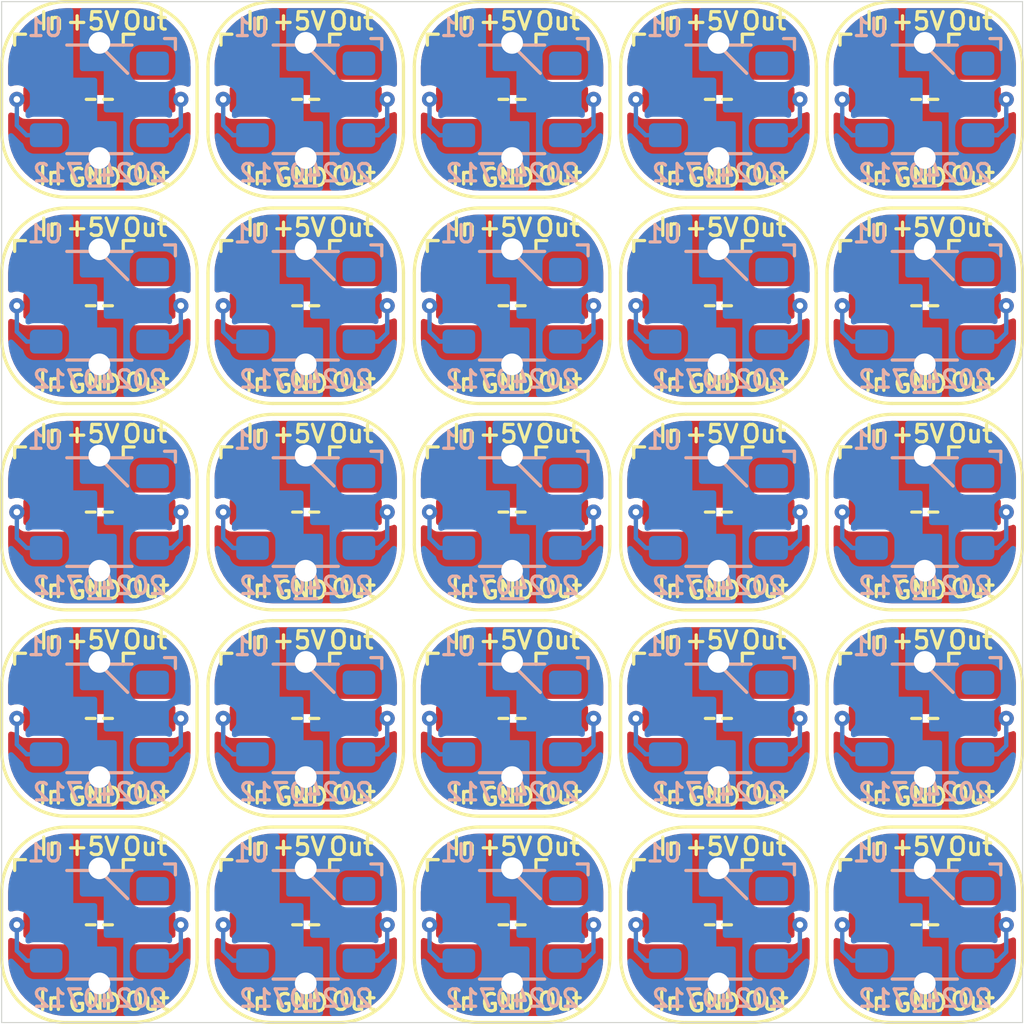
<source format=kicad_pcb>
(kicad_pcb (version 20221018) (generator pcbnew)
  (layers (0 "F.Cu" mixed) (31 "B.Cu" mixed) (34 "B.Paste" user) (35 "F.Paste" user) (36 "B.SilkS" user "B.Silkscreen") (37 "F.SilkS" user "F.Silkscreen") (38 "B.Mask" user) (39 "F.Mask" user) (44 "Edge.Cuts" user))
  (net 0 "")
  (net 1 "VDD")
  (net 2 "/In")
  (net 3 "VSS")
  (net 4 "/Out")
  (footprint "SquantorConnectors:pads-0200-1x03-W012-D020" (layer "F.Cu") (at 155 103)
    (fp_text reference "J2" hide)
    (fp_text value "Conn_01x03" hide)
  )
  (footprint "SquantorConnectors:pads-0200-1x03-W012-D020" (layer "F.Cu") (at 140.5 74.5)
    (fp_text reference "J1" hide)
    (fp_text value "Conn_01x03" hide)
  )
  (footprint "SquantorCapacitor:C_0805+0603" (layer "F.Cu") (at 133.5 112.5 -90)
    (fp_text reference "C1" hide)
    (fp_text value "10u" hide)
  )
  (footprint "SquantorConnectors:pads-0200-1x03-W012-D020" (layer "F.Cu") (at 155 74.5)
    (fp_text reference "J2" hide)
    (fp_text value "Conn_01x03" hide)
  )
  (footprint "SquantorConnectors:pads-0200-1x03-W012-D020" (layer "F.Cu") (at 140.5 93.5)
    (fp_text reference "J1" hide)
    (fp_text value "Conn_01x03" hide)
  )
  (footprint "SquantorConnectors:pads-0200-1x03-W012-D020" (layer "F.Cu") (at 112 84)
    (fp_text reference "J1" hide)
    (fp_text value "Conn_01x03" hide)
  )
  (footprint "SquantorConnectors:pads-0200-1x03-W012-D020" (layer "F.Cu") (at 126.5 93.5)
    (fp_text reference "J2" hide)
    (fp_text value "Conn_01x03" hide)
  )
  (footprint "SquantorConnectors:pads-0200-1x03-W012-D020" (layer "F.Cu") (at 121.5 74.5)
    (fp_text reference "J1" hide)
    (fp_text value "Conn_01x03" hide)
  )
  (footprint "SquantorCapacitor:C_0805+0603" (layer "F.Cu") (at 124 93.5 -90)
    (fp_text reference "C1" hide)
    (fp_text value "10u" hide)
  )
  (footprint "SquantorConnectors:pads-0200-1x03-W012-D020" (layer "F.Cu") (at 136 93.5)
    (fp_text reference "J2" hide)
    (fp_text value "Conn_01x03" hide)
  )
  (footprint "SquantorConnectors:pads-0200-1x03-W012-D020" (layer "F.Cu") (at 121.5 112.5)
    (fp_text reference "J1" hide)
    (fp_text value "Conn_01x03" hide)
  )
  (footprint "SquantorConnectors:pads-0200-1x03-W012-D020" (layer "F.Cu") (at 117 84)
    (fp_text reference "J2" hide)
    (fp_text value "Conn_01x03" hide)
  )
  (footprint "SquantorConnectors:pads-0200-1x03-W012-D020" (layer "F.Cu") (at 131 74.5)
    (fp_text reference "J1" hide)
    (fp_text value "Conn_01x03" hide)
  )
  (footprint "SquantorCapacitor:C_0805+0603" (layer "F.Cu") (at 124 74.5 -90)
    (fp_text reference "C1" hide)
    (fp_text value "10u" hide)
  )
  (footprint "SquantorConnectors:pads-0200-1x03-W012-D020" (layer "F.Cu") (at 140.5 112.5)
    (fp_text reference "J1" hide)
    (fp_text value "Conn_01x03" hide)
  )
  (footprint "SquantorConnectors:pads-0200-1x03-W012-D020" (layer "F.Cu") (at 117 93.5)
    (fp_text reference "J2" hide)
    (fp_text value "Conn_01x03" hide)
  )
  (footprint "SquantorCapacitor:C_0805+0603" (layer "F.Cu") (at 152.5 103 -90)
    (fp_text reference "C1" hide)
    (fp_text value "10u" hide)
  )
  (footprint "SquantorConnectors:pads-0200-1x03-W012-D020" (layer "F.Cu") (at 145.5 103)
    (fp_text reference "J2" hide)
    (fp_text value "Conn_01x03" hide)
  )
  (footprint "SquantorConnectors:pads-0200-1x03-W012-D020" (layer "F.Cu") (at 112 93.5)
    (fp_text reference "J1" hide)
    (fp_text value "Conn_01x03" hide)
  )
  (footprint "SquantorConnectors:pads-0200-1x03-W012-D020" (layer "F.Cu") (at 131 112.5)
    (fp_text reference "J1" hide)
    (fp_text value "Conn_01x03" hide)
  )
  (footprint "SquantorConnectors:pads-0200-1x03-W012-D020" (layer "F.Cu") (at 140.5 84)
    (fp_text reference "J1" hide)
    (fp_text value "Conn_01x03" hide)
  )
  (footprint "SquantorCapacitor:C_0805+0603" (layer "F.Cu") (at 152.5 84 -90)
    (fp_text reference "C1" hide)
    (fp_text value "10u" hide)
  )
  (footprint "SquantorConnectors:pads-0200-1x03-W012-D020" (layer "F.Cu") (at 131 103)
    (fp_text reference "J1" hide)
    (fp_text value "Conn_01x03" hide)
  )
  (footprint "SquantorConnectors:pads-0200-1x03-W012-D020" (layer "F.Cu") (at 145.5 74.5)
    (fp_text reference "J2" hide)
    (fp_text value "Conn_01x03" hide)
  )
  (footprint "SquantorConnectors:pads-0200-1x03-W012-D020" (layer "F.Cu") (at 155 112.5)
    (fp_text reference "J2" hide)
    (fp_text value "Conn_01x03" hide)
  )
  (footprint "SquantorCapacitor:C_0805+0603" (layer "F.Cu") (at 133.5 84 -90)
    (fp_text reference "C1" hide)
    (fp_text value "10u" hide)
  )
  (footprint "SquantorCapacitor:C_0805+0603" (layer "F.Cu") (at 152.5 112.5 -90)
    (fp_text reference "C1" hide)
    (fp_text value "10u" hide)
  )
  (footprint "SquantorConnectors:pads-0200-1x03-W012-D020" (layer "F.Cu") (at 121.5 93.5)
    (fp_text reference "J1" hide)
    (fp_text value "Conn_01x03" hide)
  )
  (footprint "SquantorConnectors:pads-0200-1x03-W012-D020" (layer "F.Cu") (at 117 112.5)
    (fp_text reference "J2" hide)
    (fp_text value "Conn_01x03" hide)
  )
  (footprint "SquantorConnectors:pads-0200-1x03-W012-D020" (layer "F.Cu") (at 121.5 103)
    (fp_text reference "J1" hide)
    (fp_text value "Conn_01x03" hide)
  )
  (footprint "SquantorConnectors:pads-0200-1x03-W012-D020" (layer "F.Cu") (at 150 112.5)
    (fp_text reference "J1" hide)
    (fp_text value "Conn_01x03" hide)
  )
  (footprint "SquantorConnectors:pads-0200-1x03-W012-D020" (layer "F.Cu") (at 117 74.5)
    (fp_text reference "J2" hide)
    (fp_text value "Conn_01x03" hide)
  )
  (footprint "SquantorConnectors:pads-0200-1x03-W012-D020" (layer "F.Cu") (at 155 93.5)
    (fp_text reference "J2" hide)
    (fp_text value "Conn_01x03" hide)
  )
  (footprint "SquantorCapacitor:C_0805+0603" (layer "F.Cu") (at 114.5 74.5 -90)
    (fp_text reference "C1" hide)
    (fp_text value "10u" hide)
  )
  (footprint "SquantorConnectors:pads-0200-1x03-W012-D020" (layer "F.Cu") (at 131 84)
    (fp_text reference "J1" hide)
    (fp_text value "Conn_01x03" hide)
  )
  (footprint "SquantorConnectors:pads-0200-1x03-W012-D020" (layer "F.Cu") (at 121.5 84)
    (fp_text reference "J1" hide)
    (fp_text value "Conn_01x03" hide)
  )
  (footprint "SquantorConnectors:pads-0200-1x03-W012-D020" (layer "F.Cu") (at 136 74.5)
    (fp_text reference "J2" hide)
    (fp_text value "Conn_01x03" hide)
  )
  (footprint "SquantorConnectors:pads-0200-1x03-W012-D020" (layer "F.Cu") (at 131 93.5)
    (fp_text reference "J1" hide)
    (fp_text value "Conn_01x03" hide)
  )
  (footprint "SquantorConnectors:pads-0200-1x03-W012-D020" (layer "F.Cu") (at 126.5 74.5)
    (fp_text reference "J2" hide)
    (fp_text value "Conn_01x03" hide)
  )
  (footprint "SquantorConnectors:pads-0200-1x03-W012-D020" (layer "F.Cu") (at 112 103)
    (fp_text reference "J1" hide)
    (fp_text value "Conn_01x03" hide)
  )
  (footprint "SquantorConnectors:pads-0200-1x03-W012-D020" (layer "F.Cu") (at 140.5 103)
    (fp_text reference "J1" hide)
    (fp_text value "Conn_01x03" hide)
  )
  (footprint "SquantorCapacitor:C_0805+0603" (layer "F.Cu") (at 143 93.5 -90)
    (fp_text reference "C1" hide)
    (fp_text value "10u" hide)
  )
  (footprint "SquantorCapacitor:C_0805+0603" (layer "F.Cu") (at 114.5 84 -90)
    (fp_text reference "C1" hide)
    (fp_text value "10u" hide)
  )
  (footprint "SquantorCapacitor:C_0805+0603" (layer "F.Cu") (at 133.5 93.5 -90)
    (fp_text reference "C1" hide)
    (fp_text value "10u" hide)
  )
  (footprint "SquantorConnectors:pads-0200-1x03-W012-D020" (layer "F.Cu") (at 145.5 112.5)
    (fp_text reference "J2" hide)
    (fp_text value "Conn_01x03" hide)
  )
  (footprint "SquantorConnectors:pads-0200-1x03-W012-D020" (layer "F.Cu") (at 112 74.5)
    (fp_text reference "J1" hide)
    (fp_text value "Conn_01x03" hide)
  )
  (footprint "SquantorConnectors:pads-0200-1x03-W012-D020" (layer "F.Cu") (at 150 74.5)
    (fp_text reference "J1" hide)
    (fp_text value "Conn_01x03" hide)
  )
  (footprint "SquantorCapacitor:C_0805+0603" (layer "F.Cu") (at 124 84 -90)
    (fp_text reference "C1" hide)
    (fp_text value "10u" hide)
  )
  (footprint "SquantorConnectors:pads-0200-1x03-W012-D020" (layer "F.Cu") (at 136 84)
    (fp_text reference "J2" hide)
    (fp_text value "Conn_01x03" hide)
  )
  (footprint "SquantorCapacitor:C_0805+0603" (layer "F.Cu") (at 124 103 -90)
    (fp_text reference "C1" hide)
    (fp_text value "10u" hide)
  )
  (footprint "SquantorConnectors:pads-0200-1x03-W012-D020" (layer "F.Cu") (at 150 84)
    (fp_text reference "J1" hide)
    (fp_text value "Conn_01x03" hide)
  )
  (footprint "SquantorConnectors:pads-0200-1x03-W012-D020" (layer "F.Cu") (at 136 112.5)
    (fp_text reference "J2" hide)
    (fp_text value "Conn_01x03" hide)
  )
  (footprint "SquantorConnectors:pads-0200-1x03-W012-D020" (layer "F.Cu") (at 145.5 84)
    (fp_text reference "J2" hide)
    (fp_text value "Conn_01x03" hide)
  )
  (footprint "SquantorConnectors:pads-0200-1x03-W012-D020" (layer "F.Cu") (at 150 93.5)
    (fp_text reference "J1" hide)
    (fp_text value "Conn_01x03" hide)
  )
  (footprint "SquantorCapacitor:C_0805+0603" (layer "F.Cu") (at 143 74.5 -90)
    (fp_text reference "C1" hide)
    (fp_text value "10u" hide)
  )
  (footprint "SquantorConnectors:pads-0200-1x03-W012-D020" (layer "F.Cu") (at 126.5 103)
    (fp_text reference "J2" hide)
    (fp_text value "Conn_01x03" hide)
  )
  (footprint "SquantorCapacitor:C_0805+0603" (layer "F.Cu") (at 133.5 103 -90)
    (fp_text reference "C1" hide)
    (fp_text value "10u" hide)
  )
  (footprint "SquantorConnectors:pads-0200-1x03-W012-D020" (layer "F.Cu") (at 155 84)
    (fp_text reference "J2" hide)
    (fp_text value "Conn_01x03" hide)
  )
  (footprint "SquantorCapacitor:C_0805+0603" (layer "F.Cu") (at 114.5 112.5 -90)
    (fp_text reference "C1" hide)
    (fp_text value "10u" hide)
  )
  (footprint "SquantorCapacitor:C_0805+0603" (layer "F.Cu") (at 143 103 -90)
    (fp_text reference "C1" hide)
    (fp_text value "10u" hide)
  )
  (footprint "SquantorCapacitor:C_0805+0603" (layer "F.Cu") (at 114.5 103 -90)
    (fp_text reference "C1" hide)
    (fp_text value "10u" hide)
  )
  (footprint "SquantorCapacitor:C_0805+0603" (layer "F.Cu") (at 133.5 74.5 -90)
    (fp_text reference "C1" hide)
    (fp_text value "10u" hide)
  )
  (footprint "SquantorConnectors:pads-0200-1x03-W012-D020" (layer "F.Cu") (at 145.5 93.5)
    (fp_text reference "J2" hide)
    (fp_text value "Conn_01x03" hide)
  )
  (footprint "SquantorConnectors:pads-0200-1x03-W012-D020" (layer "F.Cu") (at 117 103)
    (fp_text reference "J2" hide)
    (fp_text value "Conn_01x03" hide)
  )
  (footprint "SquantorConnectors:pads-0200-1x03-W012-D020" (layer "F.Cu") (at 136 103)
    (fp_text reference "J2" hide)
    (fp_text value "Conn_01x03" hide)
  )
  (footprint "SquantorCapacitor:C_0805+0603" (layer "F.Cu") (at 152.5 74.5 -90)
    (fp_text reference "C1" hide)
    (fp_text value "10u" hide)
  )
  (footprint "SquantorConnectors:pads-0200-1x03-W012-D020" (layer "F.Cu") (at 150 103)
    (fp_text reference "J1" hide)
    (fp_text value "Conn_01x03" hide)
  )
  (footprint "SquantorCapacitor:C_0805+0603" (layer "F.Cu") (at 143 112.5 -90)
    (fp_text reference "C1" hide)
    (fp_text value "10u" hide)
  )
  (footprint "SquantorConnectors:pads-0200-1x03-W012-D020" (layer "F.Cu") (at 126.5 112.5)
    (fp_text reference "J2" hide)
    (fp_text value "Conn_01x03" hide)
  )
  (footprint "SquantorConnectors:pads-0200-1x03-W012-D020" (layer "F.Cu") (at 126.5 84)
    (fp_text reference "J2" hide)
    (fp_text value "Conn_01x03" hide)
  )
  (footprint "SquantorCapacitor:C_0805+0603" (layer "F.Cu") (at 124 112.5 -90)
    (fp_text reference "C1" hide)
    (fp_text value "10u" hide)
  )
  (footprint "SquantorCapacitor:C_0805+0603" (layer "F.Cu") (at 143 84 -90)
    (fp_text reference "C1" hide)
    (fp_text value "10u" hide)
  )
  (footprint "SquantorCapacitor:C_0805+0603" (layer "F.Cu") (at 114.5 93.5 -90)
    (fp_text reference "C1" hide)
    (fp_text value "10u" hide)
  )
  (footprint "SquantorCapacitor:C_0805+0603" (layer "F.Cu") (at 152.5 93.5 -90)
    (fp_text reference "C1" hide)
    (fp_text value "10u" hide)
  )
  (footprint "SquantorConnectors:pads-0200-1x03-W012-D020" (layer "F.Cu") (at 112 112.5)
    (fp_text reference "J1" hide)
    (fp_text value "Conn_01x03" hide)
  )
  (footprint "SquantorLabels:Label_Generic" (layer "B.Cu") (at 114.5 77.8875 180)
    (fp_text reference "N1" hide)
    (fp_text value "20240712")
  )
  (footprint "SquantorLabels:Label_Generic" (layer "B.Cu") (at 124 87.3875 180)
    (fp_text reference "N1" hide)
    (fp_text value "20240712")
  )
  (footprint "SquantorOpto:WS2813E" (layer "B.Cu") (at 143 103 180)
    (fp_text reference "U1")
    (fp_text value "~")
  )
  (footprint "SquantorLabels:Label_Generic" (layer "B.Cu") (at 152.5 77.8875 180)
    (fp_text reference "N1" hide)
    (fp_text value "20240712")
  )
  (footprint "SquantorLabels:Label_Generic" (layer "B.Cu") (at 143 96.8875 180)
    (fp_text reference "N1" hide)
    (fp_text value "20240712")
  )
  (footprint "SquantorLabels:Label_Generic" (layer "B.Cu") (at 143 77.8875 180)
    (fp_text reference "N1" hide)
    (fp_text value "20240712")
  )
  (footprint "SquantorLabels:Label_Generic" (layer "B.Cu") (at 133.5 96.8875 180)
    (fp_text reference "N1" hide)
    (fp_text value "20240712")
  )
  (footprint "SquantorOpto:WS2813E" (layer "B.Cu") (at 152.5 93.5 180)
    (fp_text reference "U1")
    (fp_text value "~")
  )
  (footprint "SquantorLabels:Label_Generic" (layer "B.Cu") (at 143 87.3875 180)
    (fp_text reference "N1" hide)
    (fp_text value "20240712")
  )
  (footprint "SquantorOpto:WS2813E" (layer "B.Cu") (at 124 103 180)
    (fp_text reference "U1")
    (fp_text value "~")
  )
  (footprint "SquantorOpto:WS2813E" (layer "B.Cu") (at 133.5 103 180)
    (fp_text reference "U1")
    (fp_text value "~")
  )
  (footprint "SquantorLabels:Label_Generic" (layer "B.Cu") (at 114.5 106.3875 180)
    (fp_text reference "N1" hide)
    (fp_text value "20240712")
  )
  (footprint "SquantorLabels:Label_Generic" (layer "B.Cu") (at 152.5 115.8875 180)
    (fp_text reference "N1" hide)
    (fp_text value "20240712")
  )
  (footprint "SquantorOpto:WS2813E" (layer "B.Cu") (at 114.5 93.5 180)
    (fp_text reference "U1")
    (fp_text value "~")
  )
  (footprint "SquantorOpto:WS2813E" (layer "B.Cu") (at 133.5 74.5 180)
    (fp_text reference "U1")
    (fp_text value "~")
  )
  (footprint "SquantorLabels:Label_Generic" (layer "B.Cu") (at 152.5 106.3875 180)
    (fp_text reference "N1" hide)
    (fp_text value "20240712")
  )
  (footprint "SquantorOpto:WS2813E" (layer "B.Cu") (at 152.5 74.5 180)
    (fp_text reference "U1")
    (fp_text value "~")
  )
  (footprint "SquantorOpto:WS2813E" (layer "B.Cu") (at 143 84 180)
    (fp_text reference "U1")
    (fp_text value "~")
  )
  (footprint "SquantorOpto:WS2813E" (layer "B.Cu") (at 143 74.5 180)
    (fp_text reference "U1")
    (fp_text value "~")
  )
  (footprint "SquantorLabels:Label_Generic" (layer "B.Cu") (at 114.5 96.8875 180)
    (fp_text reference "N1" hide)
    (fp_text value "20240712")
  )
  (footprint "SquantorLabels:Label_Generic" (layer "B.Cu") (at 152.5 87.3875 180)
    (fp_text reference "N1" hide)
    (fp_text value "20240712")
  )
  (footprint "SquantorOpto:WS2813E" (layer "B.Cu") (at 114.5 103 180)
    (fp_text reference "U1")
    (fp_text value "~")
  )
  (footprint "SquantorLabels:Label_Generic" (layer "B.Cu") (at 124 106.3875 180)
    (fp_text reference "N1" hide)
    (fp_text value "20240712")
  )
  (footprint "SquantorOpto:WS2813E" (layer "B.Cu") (at 152.5 112.5 180)
    (fp_text reference "U1")
    (fp_text value "~")
  )
  (footprint "SquantorOpto:WS2813E" (layer "B.Cu") (at 124 112.5 180)
    (fp_text reference "U1")
    (fp_text value "~")
  )
  (footprint "SquantorOpto:WS2813E" (layer "B.Cu") (at 124 93.5 180)
    (fp_text reference "U1")
    (fp_text value "~")
  )
  (footprint "SquantorLabels:Label_Generic" (layer "B.Cu") (at 143 106.3875 180)
    (fp_text reference "N1" hide)
    (fp_text value "20240712")
  )
  (footprint "SquantorOpto:WS2813E" (layer "B.Cu") (at 133.5 112.5 180)
    (fp_text reference "U1")
    (fp_text value "~")
  )
  (footprint "SquantorLabels:Label_Generic" (layer "B.Cu") (at 133.5 77.8875 180)
    (fp_text reference "N1" hide)
    (fp_text value "20240712")
  )
  (footprint "SquantorLabels:Label_Generic" (layer "B.Cu") (at 133.5 106.3875 180)
    (fp_text reference "N1" hide)
    (fp_text value "20240712")
  )
  (footprint "SquantorOpto:WS2813E" (layer "B.Cu") (at 133.5 93.5 180)
    (fp_text reference "U1")
    (fp_text value "~")
  )
  (footprint "SquantorLabels:Label_Generic" (layer "B.Cu") (at 133.5 115.8875 180)
    (fp_text reference "N1" hide)
    (fp_text value "20240712")
  )
  (footprint "SquantorOpto:WS2813E" (layer "B.Cu") (at 152.5 103 180)
    (fp_text reference "U1")
    (fp_text value "~")
  )
  (footprint "SquantorOpto:WS2813E" (layer "B.Cu") (at 124 74.5 180)
    (fp_text reference "U1")
    (fp_text value "~")
  )
  (footprint "SquantorLabels:Label_Generic" (layer "B.Cu") (at 124 115.8875 180)
    (fp_text reference "N1" hide)
    (fp_text value "20240712")
  )
  (footprint "SquantorOpto:WS2813E" (layer "B.Cu") (at 114.5 112.5 180)
    (fp_text reference "U1")
    (fp_text value "~")
  )
  (footprint "SquantorOpto:WS2813E" (layer "B.Cu") (at 143 112.5 180)
    (fp_text reference "U1")
    (fp_text value "~")
  )
  (footprint "SquantorOpto:WS2813E" (layer "B.Cu") (at 124 84 180)
    (fp_text reference "U1")
    (fp_text value "~")
  )
  (footprint "SquantorLabels:Label_Generic" (layer "B.Cu") (at 114.5 115.8875 180)
    (fp_text reference "N1" hide)
    (fp_text value "20240712")
  )
  (footprint "SquantorLabels:Label_Generic" (layer "B.Cu") (at 143 115.8875 180)
    (fp_text reference "N1" hide)
    (fp_text value "20240712")
  )
  (footprint "SquantorOpto:WS2813E" (layer "B.Cu") (at 143 93.5 180)
    (fp_text reference "U1")
    (fp_text value "~")
  )
  (footprint "SquantorLabels:Label_Generic" (layer "B.Cu") (at 133.5 87.3875 180)
    (fp_text reference "N1" hide)
    (fp_text value "20240712")
  )
  (footprint "SquantorOpto:WS2813E" (layer "B.Cu") (at 152.5 84 180)
    (fp_text reference "U1")
    (fp_text value "~")
  )
  (footprint "SquantorOpto:WS2813E" (layer "B.Cu") (at 114.5 84 180)
    (fp_text reference "U1")
    (fp_text value "~")
  )
  (footprint "SquantorOpto:WS2813E" (layer "B.Cu") (at 114.5 74.5 180)
    (fp_text reference "U1")
    (fp_text value "~")
  )
  (footprint "SquantorLabels:Label_Generic" (layer "B.Cu") (at 152.5 96.8875 180)
    (fp_text reference "N1" hide)
    (fp_text value "20240712")
  )
  (footprint "SquantorLabels:Label_Generic" (layer "B.Cu") (at 114.5 87.3875 180)
    (fp_text reference "N1" hide)
    (fp_text value "20240712")
  )
  (footprint "SquantorOpto:WS2813E" (layer "B.Cu") (at 133.5 84 180)
    (fp_text reference "U1")
    (fp_text value "~")
  )
  (footprint "SquantorLabels:Label_Generic" (layer "B.Cu") (at 124 77.8875 180)
    (fp_text reference "N1" hide)
    (fp_text value "20240712")
  )
  (footprint "SquantorLabels:Label_Generic" (layer "B.Cu") (at 124 96.8875 180)
    (fp_text reference "N1" hide)
    (fp_text value "20240712")
  )
  (gr_line (start 135 98) (end 132 98) (stroke (width 0.15)) (layer "F.SilkS"))
  (gr_line (start 122.5 70) (end 125.5 70) (stroke (width 0.15)) (layer "F.SilkS"))
  (gr_arc (start 132 117) (mid 129.87868 116.12132) (end 129 114) (stroke (width 0.15)) (layer "F.SilkS"))
  (gr_arc (start 147.5 76) (mid 146.62132 78.12132) (end 144.5 79) (stroke (width 0.15)) (layer "F.SilkS"))
  (gr_line (start 154 79) (end 151 79) (stroke (width 0.15)) (layer "F.SilkS"))
  (gr_arc (start 138.5 73) (mid 139.37868 70.87868) (end 141.5 70) (stroke (width 0.15)) (layer "F.SilkS"))
  (gr_line (start 147.5 92) (end 147.5 95) (stroke (width 0.15)) (layer "F.SilkS"))
  (gr_line (start 128.5 92) (end 128.5 95) (stroke (width 0.15)) (layer "F.SilkS"))
  (gr_arc (start 154 70) (mid 156.12132 70.87868) (end 157 73) (stroke (width 0.15)) (layer "F.SilkS"))
  (gr_line (start 116 79) (end 113 79) (stroke (width 0.15)) (layer "F.SilkS"))
  (gr_line (start 122.5 89) (end 125.5 89) (stroke (width 0.15)) (layer "F.SilkS"))
  (gr_line (start 128.5 101.5) (end 128.5 104.5) (stroke (width 0.15)) (layer "F.SilkS"))
  (gr_line (start 135 79) (end 132 79) (stroke (width 0.15)) (layer "F.SilkS"))
  (gr_line (start 141.5 108) (end 144.5 108) (stroke (width 0.15)) (layer "F.SilkS"))
  (gr_line (start 119.5 76) (end 119.5 73) (stroke (width 0.15)) (layer "F.SilkS"))
  (gr_arc (start 151 79) (mid 148.87868 78.12132) (end 148 76) (stroke (width 0.15)) (layer "F.SilkS"))
  (gr_line (start 113 98.5) (end 116 98.5) (stroke (width 0.15)) (layer "F.SilkS"))
  (gr_arc (start 157 95) (mid 156.12132 97.12132) (end 154 98) (stroke (width 0.15)) (layer "F.SilkS"))
  (gr_arc (start 135 79.5) (mid 137.12132 80.37868) (end 138 82.5) (stroke (width 0.15)) (layer "F.SilkS"))
  (gr_arc (start 141.5 117) (mid 139.37868 116.12132) (end 138.5 114) (stroke (width 0.15)) (layer "F.SilkS"))
  (gr_line (start 157 82.5) (end 157 85.5) (stroke (width 0.15)) (layer "F.SilkS"))
  (gr_line (start 151 98.5) (end 154 98.5) (stroke (width 0.15)) (layer "F.SilkS"))
  (gr_line (start 151 89) (end 154 89) (stroke (width 0.15)) (layer "F.SilkS"))
  (gr_line (start 138 92) (end 138 95) (stroke (width 0.15)) (layer "F.SilkS"))
  (gr_arc (start 110 82.5) (mid 110.87868 80.37868) (end 113 79.5) (stroke (width 0.15)) (layer "F.SilkS"))
  (gr_line (start 119 73) (end 119 76) (stroke (width 0.15)) (layer "F.SilkS"))
  (gr_arc (start 122.5 98) (mid 120.37868 97.12132) (end 119.5 95) (stroke (width 0.15)) (layer "F.SilkS"))
  (gr_line (start 135 117) (end 132 117) (stroke (width 0.15)) (layer "F.SilkS"))
  (gr_arc (start 128.5 104.5) (mid 127.62132 106.62132) (end 125.5 107.5) (stroke (width 0.15)) (layer "F.SilkS"))
  (gr_line (start 132 79.5) (end 135 79.5) (stroke (width 0.15)) (layer "F.SilkS"))
  (gr_line (start 125.5 107.5) (end 122.5 107.5) (stroke (width 0.15)) (layer "F.SilkS"))
  (gr_line (start 129 95) (end 129 92) (stroke (width 0.15)) (layer "F.SilkS"))
  (gr_line (start 116 107.5) (end 113 107.5) (stroke (width 0.15)) (layer "F.SilkS"))
  (gr_arc (start 147.5 95) (mid 146.62132 97.12132) (end 144.5 98) (stroke (width 0.15)) (layer "F.SilkS"))
  (gr_arc (start 129 111) (mid 129.87868 108.87868) (end 132 108) (stroke (width 0.15)) (layer "F.SilkS"))
  (gr_arc (start 144.5 89) (mid 146.62132 89.87868) (end 147.5 92) (stroke (width 0.15)) (layer "F.SilkS"))
  (gr_line (start 147.5 82.5) (end 147.5 85.5) (stroke (width 0.15)) (layer "F.SilkS"))
  (gr_line (start 116 98) (end 113 98) (stroke (width 0.15)) (layer "F.SilkS"))
  (gr_arc (start 116 89) (mid 118.12132 89.87868) (end 119 92) (stroke (width 0.15)) (layer "F.SilkS"))
  (gr_line (start 119.5 104.5) (end 119.5 101.5) (stroke (width 0.15)) (layer "F.SilkS"))
  (gr_line (start 157 101.5) (end 157 104.5) (stroke (width 0.15)) (layer "F.SilkS"))
  (gr_line (start 125.5 79) (end 122.5 79) (stroke (width 0.15)) (layer "F.SilkS"))
  (gr_arc (start 148 111) (mid 148.87868 108.87868) (end 151 108) (stroke (width 0.15)) (layer "F.SilkS"))
  (gr_line (start 128.5 82.5) (end 128.5 85.5) (stroke (width 0.15)) (layer "F.SilkS"))
  (gr_line (start 144.5 117) (end 141.5 117) (stroke (width 0.15)) (layer "F.SilkS"))
  (gr_arc (start 144.5 98.5) (mid 146.62132 99.37868) (end 147.5 101.5) (stroke (width 0.15)) (layer "F.SilkS"))
  (gr_line (start 119.5 114) (end 119.5 111) (stroke (width 0.15)) (layer "F.SilkS"))
  (gr_line (start 116 88.5) (end 113 88.5) (stroke (width 0.15)) (layer "F.SilkS"))
  (gr_line (start 144.5 107.5) (end 141.5 107.5) (stroke (width 0.15)) (layer "F.SilkS"))
  (gr_arc (start 138.5 101.5) (mid 139.37868 99.37868) (end 141.5 98.5) (stroke (width 0.15)) (layer "F.SilkS"))
  (gr_arc (start 132 98) (mid 129.87868 97.12132) (end 129 95) (stroke (width 0.15)) (layer "F.SilkS"))
  (gr_line (start 147.5 73) (end 147.5 76) (stroke (width 0.15)) (layer "F.SilkS"))
  (gr_arc (start 132 107.5) (mid 129.87868 106.62132) (end 129 104.5) (stroke (width 0.15)) (layer "F.SilkS"))
  (gr_line (start 138.5 95) (end 138.5 92) (stroke (width 0.15)) (layer "F.SilkS"))
  (gr_line (start 119 101.5) (end 119 104.5) (stroke (width 0.15)) (layer "F.SilkS"))
  (gr_line (start 141.5 79.5) (end 144.5 79.5) (stroke (width 0.15)) (layer "F.SilkS"))
  (gr_arc (start 157 114) (mid 156.12132 116.12132) (end 154 117) (stroke (width 0.15)) (layer "F.SilkS"))
  (gr_line (start 132 89) (end 135 89) (stroke (width 0.15)) (layer "F.SilkS"))
  (gr_arc (start 151 107.5) (mid 148.87868 106.62132) (end 148 104.5) (stroke (width 0.15)) (layer "F.SilkS"))
  (gr_line (start 148 104.5) (end 148 101.5) (stroke (width 0.15)) (layer "F.SilkS"))
  (gr_arc (start 144.5 70) (mid 146.62132 70.87868) (end 147.5 73) (stroke (width 0.15)) (layer "F.SilkS"))
  (gr_line (start 148 95) (end 148 92) (stroke (width 0.15)) (layer "F.SilkS"))
  (gr_arc (start 141.5 88.5) (mid 139.37868 87.62132) (end 138.5 85.5) (stroke (width 0.15)) (layer "F.SilkS"))
  (gr_arc (start 157 85.5) (mid 156.12132 87.62132) (end 154 88.5) (stroke (width 0.15)) (layer "F.SilkS"))
  (gr_arc (start 110 111) (mid 110.87868 108.87868) (end 113 108) (stroke (width 0.15)) (layer "F.SilkS"))
  (gr_arc (start 154 79.5) (mid 156.12132 80.37868) (end 157 82.5) (stroke (width 0.15)) (layer "F.SilkS"))
  (gr_line (start 125.5 117) (end 122.5 117) (stroke (width 0.15)) (layer "F.SilkS"))
  (gr_line (start 110 114) (end 110 111) (stroke (width 0.15)) (layer "F.SilkS"))
  (gr_arc (start 119.5 82.5) (mid 120.37868 80.37868) (end 122.5 79.5) (stroke (width 0.15)) (layer "F.SilkS"))
  (gr_arc (start 119 114) (mid 118.12132 116.12132) (end 116 117) (stroke (width 0.15)) (layer "F.SilkS"))
  (gr_line (start 132 108) (end 135 108) (stroke (width 0.15)) (layer "F.SilkS"))
  (gr_line (start 154 98) (end 151 98) (stroke (width 0.15)) (layer "F.SilkS"))
  (gr_arc (start 119 104.5) (mid 118.12132 106.62132) (end 116 107.5) (stroke (width 0.15)) (layer "F.SilkS"))
  (gr_arc (start 113 117) (mid 110.87868 116.12132) (end 110 114) (stroke (width 0.15)) (layer "F.SilkS"))
  (gr_line (start 138 101.5) (end 138 104.5) (stroke (width 0.15)) (layer "F.SilkS"))
  (gr_arc (start 128.5 114) (mid 127.62132 116.12132) (end 125.5 117) (stroke (width 0.15)) (layer "F.SilkS"))
  (gr_line (start 113 108) (end 116 108) (stroke (width 0.15)) (layer "F.SilkS"))
  (gr_arc (start 154 89) (mid 156.12132 89.87868) (end 157 92) (stroke (width 0.15)) (layer "F.SilkS"))
  (gr_arc (start 119.5 111) (mid 120.37868 108.87868) (end 122.5 108) (stroke (width 0.15)) (layer "F.SilkS"))
  (gr_line (start 138.5 104.5) (end 138.5 101.5) (stroke (width 0.15)) (layer "F.SilkS"))
  (gr_line (start 110 104.5) (end 110 101.5) (stroke (width 0.15)) (layer "F.SilkS"))
  (gr_line (start 148 114) (end 148 111) (stroke (width 0.15)) (layer "F.SilkS"))
  (gr_arc (start 148 101.5) (mid 148.87868 99.37868) (end 151 98.5) (stroke (width 0.15)) (layer "F.SilkS"))
  (gr_arc (start 132 79) (mid 129.87868 78.12132) (end 129 76) (stroke (width 0.15)) (layer "F.SilkS"))
  (gr_line (start 151 79.5) (end 154 79.5) (stroke (width 0.15)) (layer "F.SilkS"))
  (gr_arc (start 122.5 117) (mid 120.37868 116.12132) (end 119.5 114) (stroke (width 0.15)) (layer "F.SilkS"))
  (gr_arc (start 147.5 104.5) (mid 146.62132 106.62132) (end 144.5 107.5) (stroke (width 0.15)) (layer "F.SilkS"))
  (gr_arc (start 141.5 107.5) (mid 139.37868 106.62132) (end 138.5 104.5) (stroke (width 0.15)) (layer "F.SilkS"))
  (gr_arc (start 135 98.5) (mid 137.12132 99.37868) (end 138 101.5) (stroke (width 0.15)) (layer "F.SilkS"))
  (gr_arc (start 147.5 85.5) (mid 146.62132 87.62132) (end 144.5 88.5) (stroke (width 0.15)) (layer "F.SilkS"))
  (gr_line (start 110 76) (end 110 73) (stroke (width 0.15)) (layer "F.SilkS"))
  (gr_arc (start 113 88.5) (mid 110.87868 87.62132) (end 110 85.5) (stroke (width 0.15)) (layer "F.SilkS"))
  (gr_arc (start 138 104.5) (mid 137.12132 106.62132) (end 135 107.5) (stroke (width 0.15)) (layer "F.SilkS"))
  (gr_line (start 119 111) (end 119 114) (stroke (width 0.15)) (layer "F.SilkS"))
  (gr_line (start 119.5 85.5) (end 119.5 82.5) (stroke (width 0.15)) (layer "F.SilkS"))
  (gr_line (start 113 79.5) (end 116 79.5) (stroke (width 0.15)) (layer "F.SilkS"))
  (gr_arc (start 138 85.5) (mid 137.12132 87.62132) (end 135 88.5) (stroke (width 0.15)) (layer "F.SilkS"))
  (gr_arc (start 116 98.5) (mid 118.12132 99.37868) (end 119 101.5) (stroke (width 0.15)) (layer "F.SilkS"))
  (gr_line (start 141.5 70) (end 144.5 70) (stroke (width 0.15)) (layer "F.SilkS"))
  (gr_line (start 128.5 111) (end 128.5 114) (stroke (width 0.15)) (layer "F.SilkS"))
  (gr_arc (start 154 98.5) (mid 156.12132 99.37868) (end 157 101.5) (stroke (width 0.15)) (layer "F.SilkS"))
  (gr_line (start 138 111) (end 138 114) (stroke (width 0.15)) (layer "F.SilkS"))
  (gr_arc (start 129 92) (mid 129.87868 89.87868) (end 132 89) (stroke (width 0.15)) (layer "F.SilkS"))
  (gr_arc (start 128.5 85.5) (mid 127.62132 87.62132) (end 125.5 88.5) (stroke (width 0.15)) (layer "F.SilkS"))
  (gr_arc (start 113 79) (mid 110.87868 78.12132) (end 110 76) (stroke (width 0.15)) (layer "F.SilkS"))
  (gr_arc (start 116 108) (mid 118.12132 108.87868) (end 119 111) (stroke (width 0.15)) (layer "F.SilkS"))
  (gr_line (start 135 88.5) (end 132 88.5) (stroke (width 0.15)) (layer "F.SilkS"))
  (gr_arc (start 151 117) (mid 148.87868 116.12132) (end 148 114) (stroke (width 0.15)) (layer "F.SilkS"))
  (gr_arc (start 148 92) (mid 148.87868 89.87868) (end 151 89) (stroke (width 0.15)) (layer "F.SilkS"))
  (gr_arc (start 125.5 108) (mid 127.62132 108.87868) (end 128.5 111) (stroke (width 0.15)) (layer "F.SilkS"))
  (gr_line (start 129 85.5) (end 129 82.5) (stroke (width 0.15)) (layer "F.SilkS"))
  (gr_line (start 141.5 98.5) (end 144.5 98.5) (stroke (width 0.15)) (layer "F.SilkS"))
  (gr_arc (start 125.5 79.5) (mid 127.62132 80.37868) (end 128.5 82.5) (stroke (width 0.15)) (layer "F.SilkS"))
  (gr_arc (start 138.5 82.5) (mid 139.37868 80.37868) (end 141.5 79.5) (stroke (width 0.15)) (layer "F.SilkS"))
  (gr_arc (start 110 92) (mid 110.87868 89.87868) (end 113 89) (stroke (width 0.15)) (layer "F.SilkS"))
  (gr_line (start 119 82.5) (end 119 85.5) (stroke (width 0.15)) (layer "F.SilkS"))
  (gr_arc (start 138 114) (mid 137.12132 116.12132) (end 135 117) (stroke (width 0.15)) (layer "F.SilkS"))
  (gr_arc (start 119.5 101.5) (mid 120.37868 99.37868) (end 122.5 98.5) (stroke (width 0.15)) (layer "F.SilkS"))
  (gr_arc (start 119.5 73) (mid 120.37868 70.87868) (end 122.5 70) (stroke (width 0.15)) (layer "F.SilkS"))
  (gr_arc (start 135 108) (mid 137.12132 108.87868) (end 138 111) (stroke (width 0.15)) (layer "F.SilkS"))
  (gr_arc (start 113 107.5) (mid 110.87868 106.62132) (end 110 104.5) (stroke (width 0.15)) (layer "F.SilkS"))
  (gr_line (start 129 76) (end 129 73) (stroke (width 0.15)) (layer "F.SilkS"))
  (gr_line (start 141.5 89) (end 144.5 89) (stroke (width 0.15)) (layer "F.SilkS"))
  (gr_line (start 138.5 76) (end 138.5 73) (stroke (width 0.15)) (layer "F.SilkS"))
  (gr_line (start 147.5 111) (end 147.5 114) (stroke (width 0.15)) (layer "F.SilkS"))
  (gr_arc (start 148 73) (mid 148.87868 70.87868) (end 151 70) (stroke (width 0.15)) (layer "F.SilkS"))
  (gr_line (start 119 92) (end 119 95) (stroke (width 0.15)) (layer "F.SilkS"))
  (gr_line (start 119.5 95) (end 119.5 92) (stroke (width 0.15)) (layer "F.SilkS"))
  (gr_line (start 144.5 98) (end 141.5 98) (stroke (width 0.15)) (layer "F.SilkS"))
  (gr_arc (start 110 73) (mid 110.87868 70.87868) (end 113 70) (stroke (width 0.15)) (layer "F.SilkS"))
  (gr_arc (start 147.5 114) (mid 146.62132 116.12132) (end 144.5 117) (stroke (width 0.15)) (layer "F.SilkS"))
  (gr_line (start 110 95) (end 110 92) (stroke (width 0.15)) (layer "F.SilkS"))
  (gr_arc (start 122.5 107.5) (mid 120.37868 106.62132) (end 119.5 104.5) (stroke (width 0.15)) (layer "F.SilkS"))
  (gr_line (start 138 82.5) (end 138 85.5) (stroke (width 0.15)) (layer "F.SilkS"))
  (gr_line (start 147.5 101.5) (end 147.5 104.5) (stroke (width 0.15)) (layer "F.SilkS"))
  (gr_arc (start 125.5 70) (mid 127.62132 70.87868) (end 128.5 73) (stroke (width 0.15)) (layer "F.SilkS"))
  (gr_arc (start 135 70) (mid 137.12132 70.87868) (end 138 73) (stroke (width 0.15)) (layer "F.SilkS"))
  (gr_line (start 113 89) (end 116 89) (stroke (width 0.15)) (layer "F.SilkS"))
  (gr_line (start 138.5 85.5) (end 138.5 82.5) (stroke (width 0.15)) (layer "F.SilkS"))
  (gr_arc (start 119.5 92) (mid 120.37868 89.87868) (end 122.5 89) (stroke (width 0.15)) (layer "F.SilkS"))
  (gr_arc (start 157 104.5) (mid 156.12132 106.62132) (end 154 107.5) (stroke (width 0.15)) (layer "F.SilkS"))
  (gr_arc (start 129 101.5) (mid 129.87868 99.37868) (end 132 98.5) (stroke (width 0.15)) (layer "F.SilkS"))
  (gr_line (start 148 76) (end 148 73) (stroke (width 0.15)) (layer "F.SilkS"))
  (gr_arc (start 138 76) (mid 137.12132 78.12132) (end 135 79) (stroke (width 0.15)) (layer "F.SilkS"))
  (gr_line (start 157 73) (end 157 76) (stroke (width 0.15)) (layer "F.SilkS"))
  (gr_arc (start 144.5 108) (mid 146.62132 108.87868) (end 147.5 111) (stroke (width 0.15)) (layer "F.SilkS"))
  (gr_arc (start 129 82.5) (mid 129.87868 80.37868) (end 132 79.5) (stroke (width 0.15)) (layer "F.SilkS"))
  (gr_line (start 154 117) (end 151 117) (stroke (width 0.15)) (layer "F.SilkS"))
  (gr_arc (start 119 95) (mid 118.12132 97.12132) (end 116 98) (stroke (width 0.15)) (layer "F.SilkS"))
  (gr_line (start 138.5 114) (end 138.5 111) (stroke (width 0.15)) (layer "F.SilkS"))
  (gr_line (start 144.5 88.5) (end 141.5 88.5) (stroke (width 0.15)) (layer "F.SilkS"))
  (gr_arc (start 122.5 79) (mid 120.37868 78.12132) (end 119.5 76) (stroke (width 0.15)) (layer "F.SilkS"))
  (gr_arc (start 116 70) (mid 118.12132 70.87868) (end 119 73) (stroke (width 0.15)) (layer "F.SilkS"))
  (gr_arc (start 122.5 88.5) (mid 120.37868 87.62132) (end 119.5 85.5) (stroke (width 0.15)) (layer "F.SilkS"))
  (gr_arc (start 141.5 98) (mid 139.37868 97.12132) (end 138.5 95) (stroke (width 0.15)) (layer "F.SilkS"))
  (gr_arc (start 116 79.5) (mid 118.12132 80.37868) (end 119 82.5) (stroke (width 0.15)) (layer "F.SilkS"))
  (gr_arc (start 157 76) (mid 156.12132 78.12132) (end 154 79) (stroke (width 0.15)) (layer "F.SilkS"))
  (gr_arc (start 138.5 92) (mid 139.37868 89.87868) (end 141.5 89) (stroke (width 0.15)) (layer "F.SilkS"))
  (gr_line (start 138 73) (end 138 76) (stroke (width 0.15)) (layer "F.SilkS"))
  (gr_line (start 132 98.5) (end 135 98.5) (stroke (width 0.15)) (layer "F.SilkS"))
  (gr_line (start 125.5 98) (end 122.5 98) (stroke (width 0.15)) (layer "F.SilkS"))
  (gr_line (start 157 92) (end 157 95) (stroke (width 0.15)) (layer "F.SilkS"))
  (gr_arc (start 110 101.5) (mid 110.87868 99.37868) (end 113 98.5) (stroke (width 0.15)) (layer "F.SilkS"))
  (gr_line (start 151 70) (end 154 70) (stroke (width 0.15)) (layer "F.SilkS"))
  (gr_line (start 122.5 98.5) (end 125.5 98.5) (stroke (width 0.15)) (layer "F.SilkS"))
  (gr_arc (start 144.5 79.5) (mid 146.62132 80.37868) (end 147.5 82.5) (stroke (width 0.15)) (layer "F.SilkS"))
  (gr_line (start 132 70) (end 135 70) (stroke (width 0.15)) (layer "F.SilkS"))
  (gr_arc (start 135 89) (mid 137.12132 89.87868) (end 138 92) (stroke (width 0.15)) (layer "F.SilkS"))
  (gr_line (start 128.5 73) (end 128.5 76) (stroke (width 0.15)) (layer "F.SilkS"))
  (gr_line (start 154 107.5) (end 151 107.5) (stroke (width 0.15)) (layer "F.SilkS"))
  (gr_line (start 151 108) (end 154 108) (stroke (width 0.15)) (layer "F.SilkS"))
  (gr_line (start 116 117) (end 113 117) (stroke (width 0.15)) (layer "F.SilkS"))
  (gr_line (start 129 114) (end 129 111) (stroke (width 0.15)) (layer "F.SilkS"))
  (gr_arc (start 119 85.5) (mid 118.12132 87.62132) (end 116 88.5) (stroke (width 0.15)) (layer "F.SilkS"))
  (gr_line (start 135 107.5) (end 132 107.5) (stroke (width 0.15)) (layer "F.SilkS"))
  (gr_line (start 148 85.5) (end 148 82.5) (stroke (width 0.15)) (layer "F.SilkS"))
  (gr_line (start 129 104.5) (end 129 101.5) (stroke (width 0.15)) (layer "F.SilkS"))
  (gr_arc (start 132 88.5) (mid 129.87868 87.62132) (end 129 85.5) (stroke (width 0.15)) (layer "F.SilkS"))
  (gr_arc (start 129 73) (mid 129.87868 70.87868) (end 132 70) (stroke (width 0.15)) (layer "F.SilkS"))
  (gr_line (start 110 85.5) (end 110 82.5) (stroke (width 0.15)) (layer "F.SilkS"))
  (gr_arc (start 128.5 95) (mid 127.62132 97.12132) (end 125.5 98) (stroke (width 0.15)) (layer "F.SilkS"))
  (gr_arc (start 148 82.5) (mid 148.87868 80.37868) (end 151 79.5) (stroke (width 0.15)) (layer "F.SilkS"))
  (gr_line (start 144.5 79) (end 141.5 79) (stroke (width 0.15)) (layer "F.SilkS"))
  (gr_arc (start 154 108) (mid 156.12132 108.87868) (end 157 111) (stroke (width 0.15)) (layer "F.SilkS"))
  (gr_line (start 157 111) (end 157 114) (stroke (width 0.15)) (layer "F.SilkS"))
  (gr_line (start 122.5 108) (end 125.5 108) (stroke (width 0.15)) (layer "F.SilkS"))
  (gr_line (start 154 88.5) (end 151 88.5) (stroke (width 0.15)) (layer "F.SilkS"))
  (gr_arc (start 151 88.5) (mid 148.87868 87.62132) (end 148 85.5) (stroke (width 0.15)) (layer "F.SilkS"))
  (gr_arc (start 141.5 79) (mid 139.37868 78.12132) (end 138.5 76) (stroke (width 0.15)) (layer "F.SilkS"))
  (gr_arc (start 138.5 111) (mid 139.37868 108.87868) (end 141.5 108) (stroke (width 0.15)) (layer "F.SilkS"))
  (gr_arc (start 125.5 89) (mid 127.62132 89.87868) (end 128.5 92) (stroke (width 0.15)) (layer "F.SilkS"))
  (gr_line (start 125.5 88.5) (end 122.5 88.5) (stroke (width 0.15)) (layer "F.SilkS"))
  (gr_arc (start 151 98) (mid 148.87868 97.12132) (end 148 95) (stroke (width 0.15)) (layer "F.SilkS"))
  (gr_line (start 122.5 79.5) (end 125.5 79.5) (stroke (width 0.15)) (layer "F.SilkS"))
  (gr_line (start 113 70) (end 116 70) (stroke (width 0.15)) (layer "F.SilkS"))
  (gr_arc (start 113 98) (mid 110.87868 97.12132) (end 110 95) (stroke (width 0.15)) (layer "F.SilkS"))
  (gr_arc (start 125.5 98.5) (mid 127.62132 99.37868) (end 128.5 101.5) (stroke (width 0.15)) (layer "F.SilkS"))
  (gr_arc (start 138 95) (mid 137.12132 97.12132) (end 135 98) (stroke (width 0.15)) (layer "F.SilkS"))
  (gr_arc (start 119 76) (mid 118.12132 78.12132) (end 116 79) (stroke (width 0.15)) (layer "F.SilkS"))
  (gr_arc (start 128.5 76) (mid 127.62132 78.12132) (end 125.5 79) (stroke (width 0.15)) (layer "F.SilkS"))
  (gr_line (start 110 70) (end 157 70) (stroke (width 0.05)) (layer "Edge.Cuts"))
  (gr_line (start 110 117) (end 110 70) (stroke (width 0.05)) (layer "Edge.Cuts"))
  (gr_line (start 157 70) (end 157 117) (stroke (width 0.05)) (layer "Edge.Cuts"))
  (gr_line (start 157 117) (end 110 117) (stroke (width 0.05)) (layer "Edge.Cuts"))
  (gr_text "In" (at 111.6 78.5) (layer "F.SilkS") (effects (font (size 0.8 0.8) (thickness 0.15) bold) (justify left bottom)))
  (gr_text "In" (at 140.1 116.5) (layer "F.SilkS") (effects (font (size 0.8 0.8) (thickness 0.15) bold) (justify left bottom)))
  (gr_text "Out" (at 154.6 108.9) (layer "F.SilkS") (effects (font (size 0.8 0.8) (thickness 0.15) bold)))
  (gr_text "+5V" (at 133.2 108.9) (layer "F.SilkS") (effects (font (size 0.8 0.8) (thickness 0.15) bold)))
  (gr_text "Out" (at 126.1 80.4) (layer "F.SilkS") (effects (font (size 0.8 0.8) (thickness 0.15) bold)))
  (gr_text "Out" (at 134.6 88) (layer "F.SilkS") (effects (font (size 0.8 0.8) (thickness 0.15) bold) (justify left bottom)))
  (gr_text "GND" (at 152.3 116.1) (layer "F.SilkS") (effects (font (size 0.8 0.8) (thickness 0.15) bold)))
  (gr_text "Out" (at 126.1 108.9) (layer "F.SilkS") (effects (font (size 0.8 0.8) (thickness 0.15) bold)))
  (gr_text "Out" (at 154.6 99.4) (layer "F.SilkS") (effects (font (size 0.8 0.8) (thickness 0.15) bold)))
  (gr_text "Out" (at 125.1 97.5) (layer "F.SilkS") (effects (font (size 0.8 0.8) (thickness 0.15) bold) (justify left bottom)))
  (gr_text "In" (at 121.1 78.5) (layer "F.SilkS") (effects (font (size 0.8 0.8) (thickness 0.15) bold) (justify left bottom)))
  (gr_text "In" (at 130.6 78.5) (layer "F.SilkS") (effects (font (size 0.8 0.8) (thickness 0.15) bold) (justify left bottom)))
  (gr_text "In" (at 130.6 88) (layer "F.SilkS") (effects (font (size 0.8 0.8) (thickness 0.15) bold) (justify left bottom)))
  (gr_text "Out" (at 134.6 97.5) (layer "F.SilkS") (effects (font (size 0.8 0.8) (thickness 0.15) bold) (justify left bottom)))
  (gr_text "+5V" (at 142.7 99.4) (layer "F.SilkS") (effects (font (size 0.8 0.8) (thickness 0.15) bold)))
  (gr_text "GND" (at 123.8 97.1) (layer "F.SilkS") (effects (font (size 0.8 0.8) (thickness 0.15) bold)))
  (gr_text "+5V" (at 133.2 70.9) (layer "F.SilkS") (effects (font (size 0.8 0.8) (thickness 0.15) bold)))
  (gr_text "In" (at 121.8 108.9) (layer "F.SilkS") (effects (font (size 0.8 0.8) (thickness 0.15) bold)))
  (gr_text "GND" (at 114.3 106.6) (layer "F.SilkS") (effects (font (size 0.8 0.8) (thickness 0.15) bold)))
  (gr_text "In" (at 112.3 80.4) (layer "F.SilkS") (effects (font (size 0.8 0.8) (thickness 0.15) bold)))
  (gr_text "In" (at 130.6 97.5) (layer "F.SilkS") (effects (font (size 0.8 0.8) (thickness 0.15) bold) (justify left bottom)))
  (gr_text "+5V" (at 114.2 108.9) (layer "F.SilkS") (effects (font (size 0.8 0.8) (thickness 0.15) bold)))
  (gr_text "+5V" (at 123.7 99.4) (layer "F.SilkS") (effects (font (size 0.8 0.8) (thickness 0.15) bold)))
  (gr_text "In" (at 121.8 99.4) (layer "F.SilkS") (effects (font (size 0.8 0.8) (thickness 0.15) bold)))
  (gr_text "Out" (at 154.6 80.4) (layer "F.SilkS") (effects (font (size 0.8 0.8) (thickness 0.15) bold)))
  (gr_text "Out" (at 153.6 107) (layer "F.SilkS") (effects (font (size 0.8 0.8) (thickness 0.15) bold) (justify left bottom)))
  (gr_text "Out" (at 153.6 97.5) (layer "F.SilkS") (effects (font (size 0.8 0.8) (thickness 0.15) bold) (justify left bottom)))
  (gr_text "Out" (at 115.6 97.5) (layer "F.SilkS") (effects (font (size 0.8 0.8) (thickness 0.15) bold) (justify left bottom)))
  (gr_text "GND" (at 142.8 97.1) (layer "F.SilkS") (effects (font (size 0.8 0.8) (thickness 0.15) bold)))
  (gr_text "GND" (at 123.8 116.1) (layer "F.SilkS") (effects (font (size 0.8 0.8) (thickness 0.15) bold)))
  (gr_text "GND" (at 114.3 78.1) (layer "F.SilkS") (effects (font (size 0.8 0.8) (thickness 0.15) bold)))
  (gr_text "+5V" (at 114.2 80.4) (layer "F.SilkS") (effects (font (size 0.8 0.8) (thickness 0.15) bold)))
  (gr_text "In" (at 150.3 70.9) (layer "F.SilkS") (effects (font (size 0.8 0.8) (thickness 0.15) bold)))
  (gr_text "+5V" (at 123.7 70.9) (layer "F.SilkS") (effects (font (size 0.8 0.8) (thickness 0.15) bold)))
  (gr_text "Out" (at 126.1 89.9) (layer "F.SilkS") (effects (font (size 0.8 0.8) (thickness 0.15) bold)))
  (gr_text "GND" (at 114.3 116.1) (layer "F.SilkS") (effects (font (size 0.8 0.8) (thickness 0.15) bold)))
  (gr_text "+5V" (at 152.2 80.4) (layer "F.SilkS") (effects (font (size 0.8 0.8) (thickness 0.15) bold)))
  (gr_text "Out" (at 115.6 88) (layer "F.SilkS") (effects (font (size 0.8 0.8) (thickness 0.15) bold) (justify left bottom)))
  (gr_text "In" (at 121.1 97.5) (layer "F.SilkS") (effects (font (size 0.8 0.8) (thickness 0.15) bold) (justify left bottom)))
  (gr_text "Out" (at 135.6 89.9) (layer "F.SilkS") (effects (font (size 0.8 0.8) (thickness 0.15) bold)))
  (gr_text "Out" (at 116.6 89.9) (layer "F.SilkS") (effects (font (size 0.8 0.8) (thickness 0.15) bold)))
  (gr_text "In" (at 121.1 116.5) (layer "F.SilkS") (effects (font (size 0.8 0.8) (thickness 0.15) bold) (justify left bottom)))
  (gr_text "Out" (at 135.6 99.4) (layer "F.SilkS") (effects (font (size 0.8 0.8) (thickness 0.15) bold)))
  (gr_text "In" (at 149.6 97.5) (layer "F.SilkS") (effects (font (size 0.8 0.8) (thickness 0.15) bold) (justify left bottom)))
  (gr_text "In" (at 149.6 88) (layer "F.SilkS") (effects (font (size 0.8 0.8) (thickness 0.15) bold) (justify left bottom)))
  (gr_text "GND" (at 152.3 97.1) (layer "F.SilkS") (effects (font (size 0.8 0.8) (thickness 0.15) bold)))
  (gr_text "Out" (at 154.6 89.9) (layer "F.SilkS") (effects (font (size 0.8 0.8) (thickness 0.15) bold)))
  (gr_text "Out" (at 144.1 97.5) (layer "F.SilkS") (effects (font (size 0.8 0.8) (thickness 0.15) bold) (justify left bottom)))
  (gr_text "In" (at 131.3 89.9) (layer "F.SilkS") (effects (font (size 0.8 0.8) (thickness 0.15) bold)))
  (gr_text "In" (at 150.3 108.9) (layer "F.SilkS") (effects (font (size 0.8 0.8) (thickness 0.15) bold)))
  (gr_text "Out" (at 144.1 116.5) (layer "F.SilkS") (effects (font (size 0.8 0.8) (thickness 0.15) bold) (justify left bottom)))
  (gr_text "Out" (at 153.6 78.5) (layer "F.SilkS") (effects (font (size 0.8 0.8) (thickness 0.15) bold) (justify left bottom)))
  (gr_text "Out" (at 153.6 88) (layer "F.SilkS") (effects (font (size 0.8 0.8) (thickness 0.15) bold) (justify left bottom)))
  (gr_text "In" (at 112.3 108.9) (layer "F.SilkS") (effects (font (size 0.8 0.8) (thickness 0.15) bold)))
  (gr_text "In" (at 131.3 108.9) (layer "F.SilkS") (effects (font (size 0.8 0.8) (thickness 0.15) bold)))
  (gr_text "GND" (at 152.3 78.1) (layer "F.SilkS") (effects (font (size 0.8 0.8) (thickness 0.15) bold)))
  (gr_text "In" (at 149.6 78.5) (layer "F.SilkS") (effects (font (size 0.8 0.8) (thickness 0.15) bold) (justify left bottom)))
  (gr_text "In" (at 150.3 99.4) (layer "F.SilkS") (effects (font (size 0.8 0.8) (thickness 0.15) bold)))
  (gr_text "+5V" (at 152.2 70.9) (layer "F.SilkS") (effects (font (size 0.8 0.8) (thickness 0.15) bold)))
  (gr_text "In" (at 112.3 70.9) (layer "F.SilkS") (effects (font (size 0.8 0.8) (thickness 0.15) bold)))
  (gr_text "Out" (at 145.1 99.4) (layer "F.SilkS") (effects (font (size 0.8 0.8) (thickness 0.15) bold)))
  (gr_text "In" (at 121.8 70.9) (layer "F.SilkS") (effects (font (size 0.8 0.8) (thickness 0.15) bold)))
  (gr_text "In" (at 140.1 97.5) (layer "F.SilkS") (effects (font (size 0.8 0.8) (thickness 0.15) bold) (justify left bottom)))
  (gr_text "Out" (at 115.6 116.5) (layer "F.SilkS") (effects (font (size 0.8 0.8) (thickness 0.15) bold) (justify left bottom)))
  (gr_text "Out" (at 145.1 89.9) (layer "F.SilkS") (effects (font (size 0.8 0.8) (thickness 0.15) bold)))
  (gr_text "GND" (at 133.3 97.1) (layer "F.SilkS") (effects (font (size 0.8 0.8) (thickness 0.15) bold)))
  (gr_text "Out" (at 135.6 70.9) (layer "F.SilkS") (effects (font (size 0.8 0.8) (thickness 0.15) bold)))
  (gr_text "In" (at 140.1 88) (layer "F.SilkS") (effects (font (size 0.8 0.8) (thickness 0.15) bold) (justify left bottom)))
  (gr_text "In" (at 112.3 99.4) (layer "F.SilkS") (effects (font (size 0.8 0.8) (thickness 0.15) bold)))
  (gr_text "+5V" (at 152.2 89.9) (layer "F.SilkS") (effects (font (size 0.8 0.8) (thickness 0.15) bold)))
  (gr_text "+5V" (at 114.2 89.9) (layer "F.SilkS") (effects (font (size 0.8 0.8) (thickness 0.15) bold)))
  (gr_text "In" (at 140.1 107) (layer "F.SilkS") (effects (font (size 0.8 0.8) (thickness 0.15) bold) (justify left bottom)))
  (gr_text "In" (at 140.8 108.9) (layer "F.SilkS") (effects (font (size 0.8 0.8) (thickness 0.15) bold)))
  (gr_text "+5V" (at 123.7 108.9) (layer "F.SilkS") (effects (font (size 0.8 0.8) (thickness 0.15) bold)))
  (gr_text "In" (at 140.8 89.9) (layer "F.SilkS") (effects (font (size 0.8 0.8) (thickness 0.15) bold)))
  (gr_text "+5V" (at 142.7 89.9) (layer "F.SilkS") (effects (font (size 0.8 0.8) (thickness 0.15) bold)))
  (gr_text "Out" (at 145.1 108.9) (layer "F.SilkS") (effects (font (size 0.8 0.8) (thickness 0.15) bold)))
  (gr_text "Out" (at 116.6 70.9) (layer "F.SilkS") (effects (font (size 0.8 0.8) (thickness 0.15) bold)))
  (gr_text "Out" (at 153.6 116.5) (layer "F.SilkS") (effects (font (size 0.8 0.8) (thickness 0.15) bold) (justify left bottom)))
  (gr_text "Out" (at 144.1 78.5) (layer "F.SilkS") (effects (font (size 0.8 0.8) (thickness 0.15) bold) (justify left bottom)))
  (gr_text "In" (at 121.8 80.4) (layer "F.SilkS") (effects (font (size 0.8 0.8) (thickness 0.15) bold)))
  (gr_text "In" (at 131.3 80.4) (layer "F.SilkS") (effects (font (size 0.8 0.8) (thickness 0.15) bold)))
  (gr_text "GND" (at 123.8 87.6) (layer "F.SilkS") (effects (font (size 0.8 0.8) (thickness 0.15) bold)))
  (gr_text "GND" (at 114.3 97.1) (layer "F.SilkS") (effects (font (size 0.8 0.8) (thickness 0.15) bold)))
  (gr_text "Out" (at 125.1 116.5) (layer "F.SilkS") (effects (font (size 0.8 0.8) (thickness 0.15) bold) (justify left bottom)))
  (gr_text "GND" (at 123.8 106.6) (layer "F.SilkS") (effects (font (size 0.8 0.8) (thickness 0.15) bold)))
  (gr_text "+5V" (at 152.2 108.9) (layer "F.SilkS") (effects (font (size 0.8 0.8) (thickness 0.15) bold)))
  (gr_text "GND" (at 133.3 78.1) (layer "F.SilkS") (effects (font (size 0.8 0.8) (thickness 0.15) bold)))
  (gr_text "In" (at 131.3 70.9) (layer "F.SilkS") (effects (font (size 0.8 0.8) (thickness 0.15) bold)))
  (gr_text "Out" (at 125.1 88) (layer "F.SilkS") (effects (font (size 0.8 0.8) (thickness 0.15) bold) (justify left bottom)))
  (gr_text "GND" (at 133.3 116.1) (layer "F.SilkS") (effects (font (size 0.8 0.8) (thickness 0.15) bold)))
  (gr_text "Out" (at 134.6 116.5) (layer "F.SilkS") (effects (font (size 0.8 0.8) (thickness 0.15) bold) (justify left bottom)))
  (gr_text "Out" (at 154.6 70.9) (layer "F.SilkS") (effects (font (size 0.8 0.8) (thickness 0.15) bold)))
  (gr_text "Out" (at 145.1 80.4) (layer "F.SilkS") (effects (font (size 0.8 0.8) (thickness 0.15) bold)))
  (gr_text "GND" (at 114.3 87.6) (layer "F.SilkS") (effects (font (size 0.8 0.8) (thickness 0.15) bold)))
  (gr_text "GND" (at 123.8 78.1) (layer "F.SilkS") (effects (font (size 0.8 0.8) (thickness 0.15) bold)))
  (gr_text "+5V" (at 142.7 108.9) (layer "F.SilkS") (effects (font (size 0.8 0.8) (thickness 0.15) bold)))
  (gr_text "+5V" (at 142.7 80.4) (layer "F.SilkS") (effects (font (size 0.8 0.8) (thickness 0.15) bold)))
  (gr_text "Out" (at 116.6 80.4) (layer "F.SilkS") (effects (font (size 0.8 0.8) (thickness 0.15) bold)))
  (gr_text "Out" (at 125.1 78.5) (layer "F.SilkS") (effects (font (size 0.8 0.8) (thickness 0.15) bold) (justify left bottom)))
  (gr_text "+5V" (at 142.7 70.9) (layer "F.SilkS") (effects (font (size 0.8 0.8) (thickness 0.15) bold)))
  (gr_text "In" (at 111.6 97.5) (layer "F.SilkS") (effects (font (size 0.8 0.8) (thickness 0.15) bold) (justify left bottom)))
  (gr_text "Out" (at 135.6 108.9) (layer "F.SilkS") (effects (font (size 0.8 0.8) (thickness 0.15) bold)))
  (gr_text "Out" (at 126.1 99.4) (layer "F.SilkS") (effects (font (size 0.8 0.8) (thickness 0.15) bold)))
  (gr_text "In" (at 112.3 89.9) (layer "F.SilkS") (effects (font (size 0.8 0.8) (thickness 0.15) bold)))
  (gr_text "GND" (at 142.8 106.6) (layer "F.SilkS") (effects (font (size 0.8 0.8) (thickness 0.15) bold)))
  (gr_text "In" (at 121.1 88) (layer "F.SilkS") (effects (font (size 0.8 0.8) (thickness 0.15) bold) (justify left bottom)))
  (gr_text "Out" (at 126.1 70.9) (layer "F.SilkS") (effects (font (size 0.8 0.8) (thickness 0.15) bold)))
  (gr_text "Out" (at 134.6 107) (layer "F.SilkS") (effects (font (size 0.8 0.8) (thickness 0.15) bold) (justify left bottom)))
  (gr_text "+5V" (at 152.2 99.4) (layer "F.SilkS") (effects (font (size 0.8 0.8) (thickness 0.15) bold)))
  (gr_text "GND" (at 133.3 106.6) (layer "F.SilkS") (effects (font (size 0.8 0.8) (thickness 0.15) bold)))
  (gr_text "Out" (at 134.6 78.5) (layer "F.SilkS") (effects (font (size 0.8 0.8) (thickness 0.15) bold) (justify left bottom)))
  (gr_text "Out" (at 115.6 78.5) (layer "F.SilkS") (effects (font (size 0.8 0.8) (thickness 0.15) bold) (justify left bottom)))
  (gr_text "In" (at 121.8 89.9) (layer "F.SilkS") (effects (font (size 0.8 0.8) (thickness 0.15) bold)))
  (gr_text "Out" (at 145.1 70.9) (layer "F.SilkS") (effects (font (size 0.8 0.8) (thickness 0.15) bold)))
  (gr_text "In" (at 140.8 80.4) (layer "F.SilkS") (effects (font (size 0.8 0.8) (thickness 0.15) bold)))
  (gr_text "+5V" (at 133.2 80.4) (layer "F.SilkS") (effects (font (size 0.8 0.8) (thickness 0.15) bold)))
  (gr_text "GND" (at 152.3 87.6) (layer "F.SilkS") (effects (font (size 0.8 0.8) (thickness 0.15) bold)))
  (gr_text "GND" (at 133.3 87.6) (layer "F.SilkS") (effects (font (size 0.8 0.8) (thickness 0.15) bold)))
  (gr_text "In" (at 149.6 107) (layer "F.SilkS") (effects (font (size 0.8 0.8) (thickness 0.15) bold) (justify left bottom)))
  (gr_text "In" (at 130.6 116.5) (layer "F.SilkS") (effects (font (size 0.8 0.8) (thickness 0.15) bold) (justify left bottom)))
  (gr_text "+5V" (at 114.2 70.9) (layer "F.SilkS") (effects (font (size 0.8 0.8) (thickness 0.15) bold)))
  (gr_text "In" (at 140.8 99.4) (layer "F.SilkS") (effects (font (size 0.8 0.8) (thickness 0.15) bold)))
  (gr_text "Out" (at 115.6 107) (layer "F.SilkS") (effects (font (size 0.8 0.8) (thickness 0.15) bold) (justify left bottom)))
  (gr_text "In" (at 121.1 107) (layer "F.SilkS") (effects (font (size 0.8 0.8) (thickness 0.15) bold) (justify left bottom)))
  (gr_text "+5V" (at 133.2 89.9) (layer "F.SilkS") (effects (font (size 0.8 0.8) (thickness 0.15) bold)))
  (gr_text "+5V" (at 123.7 80.4) (layer "F.SilkS") (effects (font (size 0.8 0.8) (thickness 0.15) bold)))
  (gr_text "+5V" (at 114.2 99.4) (layer "F.SilkS") (effects (font (size 0.8 0.8) (thickness 0.15) bold)))
  (gr_text "In" (at 111.6 88) (layer "F.SilkS") (effects (font (size 0.8 0.8) (thickness 0.15) bold) (justify left bottom)))
  (gr_text "In" (at 149.6 116.5) (layer "F.SilkS") (effects (font (size 0.8 0.8) (thickness 0.15) bold) (justify left bottom)))
  (gr_text "In" (at 140.1 78.5) (layer "F.SilkS") (effects (font (size 0.8 0.8) (thickness 0.15) bold) (justify left bottom)))
  (gr_text "+5V" (at 123.7 89.9) (layer "F.SilkS") (effects (font (size 0.8 0.8) (thickness 0.15) bold)))
  (gr_text "Out" (at 116.6 108.9) (layer "F.SilkS") (effects (font (size 0.8 0.8) (thickness 0.15) bold)))
  (gr_text "In" (at 150.3 80.4) (layer "F.SilkS") (effects (font (size 0.8 0.8) (thickness 0.15) bold)))
  (gr_text "Out" (at 125.1 107) (layer "F.SilkS") (effects (font (size 0.8 0.8) (thickness 0.15) bold) (justify left bottom)))
  (gr_text "In" (at 111.6 107) (layer "F.SilkS") (effects (font (size 0.8 0.8) (thickness 0.15) bold) (justify left bottom)))
  (gr_text "GND" (at 152.3 106.6) (layer "F.SilkS") (effects (font (size 0.8 0.8) (thickness 0.15) bold)))
  (gr_text "In" (at 150.3 89.9) (layer "F.SilkS") (effects (font (size 0.8 0.8) (thickness 0.15) bold)))
  (gr_text "In" (at 131.3 99.4) (layer "F.SilkS") (effects (font (size 0.8 0.8) (thickness 0.15) bold)))
  (gr_text "Out" (at 144.1 107) (layer "F.SilkS") (effects (font (size 0.8 0.8) (thickness 0.15) bold) (justify left bottom)))
  (gr_text "Out" (at 144.1 88) (layer "F.SilkS") (effects (font (size 0.8 0.8) (thickness 0.15) bold) (justify left bottom)))
  (gr_text "In" (at 140.8 70.9) (layer "F.SilkS") (effects (font (size 0.8 0.8) (thickness 0.15) bold)))
  (gr_text "GND" (at 142.8 87.6) (layer "F.SilkS") (effects (font (size 0.8 0.8) (thickness 0.15) bold)))
  (gr_text "Out" (at 116.6 99.4) (layer "F.SilkS") (effects (font (size 0.8 0.8) (thickness 0.15) bold)))
  (gr_text "GND" (at 142.8 78.1) (layer "F.SilkS") (effects (font (size 0.8 0.8) (thickness 0.15) bold)))
  (gr_text "GND" (at 142.8 116.1) (layer "F.SilkS") (effects (font (size 0.8 0.8) (thickness 0.15) bold)))
  (gr_text "Out" (at 135.6 80.4) (layer "F.SilkS") (effects (font (size 0.8 0.8) (thickness 0.15) bold)))
  (gr_text "+5V" (at 133.2 99.4) (layer "F.SilkS") (effects (font (size 0.8 0.8) (thickness 0.15) bold)))
  (gr_text "In" (at 111.6 116.5) (layer "F.SilkS") (effects (font (size 0.8 0.8) (thickness 0.15) bold) (justify left bottom)))
  (gr_text "In" (at 130.6 107) (layer "F.SilkS") (effects (font (size 0.8 0.8) (thickness 0.15) bold) (justify left bottom)))
  (segment (start 143.8 72.9) (end 144.2 72.5) (width 1) (layer "F.Cu") (net 1))
  (segment (start 121.5 101) (end 122.8 101) (width 1) (layer "F.Cu") (net 1))
  (segment (start 134.3 110.9) (end 134.7 110.5) (width 1) (layer "F.Cu") (net 1))
  (segment (start 114.5 72.9) (end 115.3 72.9) (width 1) (layer "F.Cu") (net 1))
  (segment (start 143 101.4) (end 143.8 101.4) (width 1) (layer "F.Cu") (net 1))
  (segment (start 151.3 82) (end 151.7 82.4) (width 1) (layer "F.Cu") (net 1))
  (segment (start 124 109.9) (end 124 111.575) (width 1) (layer "F.Cu") (net 1))
  (segment (start 123.2 110.9) (end 124 110.9) (width 1) (layer "F.Cu") (net 1))
  (segment (start 112 72.5) (end 113.3 72.5) (width 1) (layer "F.Cu") (net 1))
  (segment (start 123.2 91.9) (end 124 91.9) (width 1) (layer "F.Cu") (net 1))
  (segment (start 133.5 82.4) (end 134.3 82.4) (width 1) (layer "F.Cu") (net 1))
  (segment (start 123.2 72.9) (end 124 72.9) (width 1) (layer "F.Cu") (net 1))
  (segment (start 153.7 82) (end 155 82) (width 1) (layer "F.Cu") (net 1))
  (segment (start 141.8 72.5) (end 142.2 72.9) (width 1) (layer "F.Cu") (net 1))
  (segment (start 132.7 72.9) (end 133.5 72.9) (width 1) (layer "F.Cu") (net 1))
  (segment (start 142.2 101.4) (end 143 101.4) (width 1) (layer "F.Cu") (net 1))
  (segment (start 140.5 82) (end 141.8 82) (width 1) (layer "F.Cu") (net 1))
  (segment (start 133.5 91.9) (end 134.3 91.9) (width 1) (layer "F.Cu") (net 1))
  (segment (start 141.8 82) (end 142.2 82.4) (width 1) (layer "F.Cu") (net 1))
  (segment (start 114.5 109.9) (end 114.5 111.575) (width 1) (layer "F.Cu") (net 1))
  (segment (start 131 82) (end 132.3 82) (width 1) (layer "F.Cu") (net 1))
  (segment (start 133.5 72.9) (end 134.3 72.9) (width 1) (layer "F.Cu") (net 1))
  (segment (start 133.5 101.4) (end 134.3 101.4) (width 1) (layer "F.Cu") (net 1))
  (segment (start 144.2 101) (end 145.5 101) (width 1) (layer "F.Cu") (net 1))
  (segment (start 132.7 110.9) (end 133.5 110.9) (width 1) (layer "F.Cu") (net 1))
  (segment (start 152.5 90.9) (end 152.5 92.575) (width 1) (layer "F.Cu") (net 1))
  (segment (start 134.3 82.4) (end 134.7 82) (width 1) (layer "F.Cu") (net 1))
  (segment (start 121.5 72.5) (end 122.8 72.5) (width 1) (layer "F.Cu") (net 1))
  (segment (start 153.7 91.5) (end 155 91.5) (width 1) (layer "F.Cu") (net 1))
  (segment (start 143 110.9) (end 143.8 110.9) (width 1) (layer "F.Cu") (net 1))
  (segment (start 115.7 101) (end 117 101) (width 1) (layer "F.Cu") (net 1))
  (segment (start 134.3 72.9) (end 134.7 72.5) (width 1) (layer "F.Cu") (net 1))
  (segment (start 153.3 101.4) (end 153.7 101) (width 1) (layer "F.Cu") (net 1))
  (segment (start 141.8 101) (end 142.2 101.4) (width 1) (layer "F.Cu") (net 1))
  (segment (start 150 110.5) (end 151.3 110.5) (width 1) (layer "F.Cu") (net 1))
  (segment (start 150 72.5) (end 151.3 72.5) (width 1) (layer "F.Cu") (net 1))
  (segment (start 144.2 91.5) (end 145.5 91.5) (width 1) (layer "F.Cu") (net 1))
  (segment (start 151.7 72.9) (end 152.5 72.9) (width 1) (layer "F.Cu") (net 1))
  (segment (start 124 101.4) (end 124.8 101.4) (width 1) (layer "F.Cu") (net 1))
  (segment (start 114.5 101.4) (end 115.3 101.4) (width 1) (layer "F.Cu") (net 1))
  (segment (start 144.2 110.5) (end 145.5 110.5) (width 1) (layer "F.Cu") (net 1))
  (segment (start 132.7 82.4) (end 133.5 82.4) (width 1) (layer "F.Cu") (net 1))
  (segment (start 123.2 101.4) (end 124 101.4) (width 1) (layer "F.Cu") (net 1))
  (segment (start 114.5 100.4) (end 114.5 102.075) (width 1) (layer "F.Cu") (net 1))
  (segment (start 140.5 110.5) (end 141.8 110.5) (width 1) (layer "F.Cu") (net 1))
  (segment (start 152.5 109.9) (end 152.5 111.575) (width 1) (layer "F.Cu") (net 1))
  (segment (start 121.5 91.5) (end 122.8 91.5) (width 1) (layer "F.Cu") (net 1))
  (segment (start 151.7 101.4) (end 152.5 101.4) (width 1) (layer "F.Cu") (net 1))
  (segment (start 134.7 72.5) (end 136 72.5) (width 1) (layer "F.Cu") (net 1))
  (segment (start 143 81.4) (end 143 83.075) (width 1) (layer "F.Cu") (net 1))
  (segment (start 134.3 91.9) (end 134.7 91.5) (width 1) (layer "F.Cu") (net 1))
  (segment (start 123.2 82.4) (end 124 82.4) (width 1) (layer "F.Cu") (net 1))
  (segment (start 133.5 81.4) (end 133.5 83.075) (width 1) (layer "F.Cu") (net 1))
  (segment (start 143 71.9) (end 143 73.575) (width 1) (layer "F.Cu") (net 1))
  (segment (start 115.7 91.5) (end 117 91.5) (width 1) (layer "F.Cu") (net 1))
  (segment (start 115.3 82.4) (end 115.7 82) (width 1) (layer "F.Cu") (net 1))
  (segment (start 153.3 91.9) (end 153.7 91.5) (width 1) (layer "F.Cu") (net 1))
  (segment (start 124 82.4) (end 124.8 82.4) (width 1) (layer "F.Cu") (net 1))
  (segment (start 132.3 72.5) (end 132.7 72.9) (width 1) (layer "F.Cu") (net 1))
  (segment (start 152.5 100.4) (end 152.5 102.075) (width 1) (layer "F.Cu") (net 1))
  (segment (start 132.3 82) (end 132.7 82.4) (width 1) (layer "F.Cu") (net 1))
  (segment (start 113.3 82) (end 113.7 82.4) (width 1) (layer "F.Cu") (net 1))
  (segment (start 112 91.5) (end 113.3 91.5) (width 1) (layer "F.Cu") (net 1))
  (segment (start 113.3 91.5) (end 113.7 91.9) (width 1) (layer "F.Cu") (net 1))
  (segment (start 151.7 82.4) (end 152.5 82.4) (width 1) (layer "F.Cu") (net 1))
  (segment (start 144.2 82) (end 145.5 82) (width 1) (layer "F.Cu") (net 1))
  (segment (start 133.5 100.4) (end 133.5 102.075) (width 1) (layer "F.Cu") (net 1))
  (segment (start 150 91.5) (end 151.3 91.5) (width 1) (layer "F.Cu") (net 1))
  (segment (start 143 109.9) (end 143 111.575) (width 1) (layer "F.Cu") (net 1))
  (segment (start 153.7 101) (end 155 101) (width 1) (layer "F.Cu") (net 1))
  (segment (start 131 110.5) (end 132.3 110.5) (width 1) (layer "F.Cu") (net 1))
  (segment (start 152.5 110.9) (end 153.3 110.9) (width 1) (layer "F.Cu") (net 1))
  (segment (start 124 91.9) (end 124.8 91.9) (width 1) (layer "F.Cu") (net 1))
  (segment (start 143.8 91.9) (end 144.2 91.5) (width 1) (layer "F.Cu") (net 1))
  (segment (start 142.2 91.9) (end 143 91.9) (width 1) (layer "F.Cu") (net 1))
  (segment (start 152.5 71.9) (end 152.5 73.575) (width 1) (layer "F.Cu") (net 1))
  (segment (start 121.5 82) (end 122.8 82) (width 1) (layer "F.Cu") (net 1))
  (segment (start 122.8 91.5) (end 123.2 91.9) (width 1) (layer "F.Cu") (net 1))
  (segment (start 115.7 72.5) (end 117 72.5) (width 1) (layer "F.Cu") (net 1))
  (segment (start 125.2 110.5) (end 126.5 110.5) (width 1) (layer "F.Cu") (net 1))
  (segment (start 124 100.4) (end 124 102.075) (width 1) (layer "F.Cu") (net 1))
  (segment (start 115.3 72.9) (end 115.7 72.5) (width 1) (layer "F.Cu") (net 1))
  (segment (start 125.2 72.5) (end 126.5 72.5) (width 1) (layer "F.Cu") (net 1))
  (segment (start 152.5 72.9) (end 153.3 72.9) (width 1) (layer "F.Cu") (net 1))
  (segment (start 143.8 110.9) (end 144.2 110.5) (width 1) (layer "F.Cu") (net 1))
  (segment (start 124 90.9) (end 124 92.575) (width 1) (layer "F.Cu") (net 1))
  (segment (start 132.7 91.9) (end 133.5 91.9) (width 1) (layer "F.Cu") (net 1))
  (segment (start 112 82) (end 113.3 82) (width 1) (layer "F.Cu") (net 1))
  (segment (start 134.7 101) (end 136 101) (width 1) (layer "F.Cu") (net 1))
  (segment (start 122.8 82) (end 123.2 82.4) (width 1) (layer "F.Cu") (net 1))
  (segment (start 131 101) (end 132.3 101) (width 1) (layer "F.Cu") (net 1))
  (segment (start 143 90.9) (end 143 92.575) (width 1) (layer "F.Cu") (net 1))
  (segment (start 151.3 91.5) (end 151.7 91.9) (width 1) (layer "F.Cu") (net 1))
  (segment (start 140.5 91.5) (end 141.8 91.5) (width 1) (layer "F.Cu") (net 1))
  (segment (start 124 71.9) (end 124 73.575) (width 1) (layer "F.Cu") (net 1))
  (segment (start 133.5 110.9) (end 134.3 110.9) (width 1) (layer "F.Cu") (net 1))
  (segment (start 133.5 71.9) (end 133.5 73.575) (width 1) (layer "F.Cu") (net 1))
  (segment (start 151.3 101) (end 151.7 101.4) (width 1) (layer "F.Cu") (net 1))
  (segment (start 113.7 82.4) (end 114.5 82.4) (width 1) (layer "F.Cu") (net 1))
  (segment (start 134.3 101.4) (end 134.7 101) (width 1) (layer "F.Cu") (net 1))
  (segment (start 113.7 72.9) (end 114.5 72.9) (width 1) (layer "F.Cu") (net 1))
  (segment (start 134.7 82) (end 136 82) (width 1) (layer "F.Cu") (net 1))
  (segment (start 115.7 110.5) (end 117 110.5) (width 1) (layer "F.Cu") (net 1))
  (segment (start 153.7 110.5) (end 155 110.5) (width 1) (layer "F.Cu") (net 1))
  (segment (start 124.8 110.9) (end 125.2 110.5) (width 1) (layer "F.Cu") (net 1))
  (segment (start 134.7 110.5) (end 136 110.5) (width 1) (layer "F.Cu") (net 1))
  (segment (start 142.2 110.9) (end 143 110.9) (width 1) (layer "F.Cu") (net 1))
  (segment (start 124.8 82.4) (end 125.2 82) (width 1) (layer "F.Cu") (net 1))
  (segment (start 125.2 82) (end 126.5 82) (width 1) (layer "F.Cu") (net 1))
  (segment (start 114.5 91.9) (end 115.3 91.9) (width 1) (layer "F.Cu") (net 1))
  (segment (start 124.8 72.9) (end 125.2 72.5) (width 1) (layer "F.Cu") (net 1))
  (segment (start 143 82.4) (end 143.8 82.4) (width 1) (layer "F.Cu") (net 1))
  (segment (start 143 72.9) (end 143.8 72.9) (width 1) (layer "F.Cu") (net 1))
  (segment (start 113.3 72.5) (end 113.7 72.9) (width 1) (layer "F.Cu") (net 1))
  (segment (start 113.7 110.9) (end 114.5 110.9) (width 1) (layer "F.Cu") (net 1))
  (segment (start 151.3 72.5) (end 151.7 72.9) (width 1) (layer "F.Cu") (net 1))
  (segment (start 131 72.5) (end 132.3 72.5) (width 1) (layer "F.Cu") (net 1))
  (segment (start 115.3 110.9) (end 115.7 110.5) (width 1) (layer "F.Cu") (net 1))
  (segment (start 133.5 90.9) (end 133.5 92.575) (width 1) (layer "F.Cu") (net 1))
  (segment (start 113.7 101.4) (end 114.5 101.4) (width 1) (layer "F.Cu") (net 1))
  (segment (start 152.5 82.4) (end 153.3 82.4) (width 1) (layer "F.Cu") (net 1))
  (segment (start 150 101) (end 151.3 101) (width 1) (layer "F.Cu") (net 1))
  (segment (start 124 110.9) (end 124.8 110.9) (width 1) (layer "F.Cu") (net 1))
  (segment (start 153.7 72.5) (end 155 72.5) (width 1) (layer "F.Cu") (net 1))
  (segment (start 114.5 71.9) (end 114.5 73.575) (width 1) (layer "F.Cu") (net 1))
  (segment (start 153.3 72.9) (end 153.7 72.5) (width 1) (layer "F.Cu") (net 1))
  (segment (start 151.3 110.5) (end 151.7 110.9) (width 1) (layer "F.Cu") (net 1))
  (segment (start 125.2 91.5) (end 126.5 91.5) (width 1) (layer "F.Cu") (net 1))
  (segment (start 114.5 90.9) (end 114.5 92.575) (width 1) (layer "F.Cu") (net 1))
  (segment (start 122.8 110.5) (end 123.2 110.9) (width 1) (layer "F.Cu") (net 1))
  (segment (start 152.5 81.4) (end 152.5 83.075) (width 1) (layer "F.Cu") (net 1))
  (segment (start 153.3 110.9) (end 153.7 110.5) (width 1) (layer "F.Cu") (net 1))
  (segment (start 143 91.9) (end 143.8 91.9) (width 1) (layer "F.Cu") (net 1))
  (segment (start 151.7 110.9) (end 152.5 110.9) (width 1) (layer "F.Cu") (net 1))
  (segment (start 143 100.4) (end 143 102.075) (width 1) (layer "F.Cu") (net 1))
  (segment (start 124 72.9) (end 124.8 72.9) (width 1) (layer "F.Cu") (net 1))
  (segment (start 151.7 91.9) (end 152.5 91.9) (width 1) (layer "F.Cu") (net 1))
  (segment (start 112 101) (end 113.3 101) (width 1) (layer "F.Cu") (net 1))
  (segment (start 141.8 91.5) (end 142.2 91.9) (width 1) (layer "F.Cu") (net 1))
  (segment (start 134.7 91.5) (end 136 91.5) (width 1) (layer "F.Cu") (net 1))
  (segment (start 115.3 91.9) (end 115.7 91.5) (width 1) (layer "F.Cu") (net 1))
  (segment (start 152.5 91.9) (end 153.3 91.9) (width 1) (layer "F.Cu") (net 1))
  (segment (start 112 110.5) (end 113.3 110.5) (width 1) (layer "F.Cu") (net 1))
  (segment (start 113.3 110.5) (end 113.7 110.9) (width 1) (layer "F.Cu") (net 1))
  (segment (start 132.7 101.4) (end 133.5 101.4) (width 1) (layer "F.Cu") (net 1))
  (segment (start 124.8 91.9) (end 125.2 91.5) (width 1) (layer "F.Cu") (net 1))
  (segment (start 125.2 101) (end 126.5 101) (width 1) (layer "F.Cu") (net 1))
  (segment (start 150 82) (end 151.3 82) (width 1) (layer "F.Cu") (net 1))
  (segment (start 133.5 109.9) (end 133.5 111.575) (width 1) (layer "F.Cu") (net 1))
  (segment (start 140.5 101) (end 141.8 101) (width 1) (layer "F.Cu") (net 1))
  (segment (start 132.3 101) (end 132.7 101.4) (width 1) (layer "F.Cu") (net 1))
  (segment (start 132.3 91.5) (end 132.7 91.9) (width 1) (layer "F.Cu") (net 1))
  (segment (start 114.5 82.4) (end 115.3 82.4) (width 1) (layer "F.Cu") (net 1))
  (segment (start 142.2 82.4) (end 143 82.4) (width 1) (layer "F.Cu") (net 1))
  (segment (start 131 91.5) (end 132.3 91.5) (width 1) (layer "F.Cu") (net 1))
  (segment (start 140.5 72.5) (end 141.8 72.5) (width 1) (layer "F.Cu") (net 1))
  (segment (start 143.8 82.4) (end 144.2 82) (width 1) (layer "F.Cu") (net 1))
  (segment (start 113.7 91.9) (end 114.5 91.9) (width 1) (layer "F.Cu") (net 1))
  (segment (start 122.8 101) (end 123.2 101.4) (width 1) (layer "F.Cu") (net 1))
  (segment (start 114.5 81.4) (end 114.5 83.075) (width 1) (layer "F.Cu") (net 1))
  (segment (start 121.5 110.5) (end 122.8 110.5) (width 1) (layer "F.Cu") (net 1))
  (segment (start 153.3 82.4) (end 153.7 82) (width 1) (layer "F.Cu") (net 1))
  (segment (start 122.8 72.5) (end 123.2 72.9) (width 1) (layer "F.Cu") (net 1))
  (segment (start 141.8 110.5) (end 142.2 110.9) (width 1) (layer "F.Cu") (net 1))
  (segment (start 114.5 110.9) (end 115.3 110.9) (width 1) (layer "F.Cu") (net 1))
  (segment (start 113.3 101) (end 113.7 101.4) (width 1) (layer "F.Cu") (net 1))
  (segment (start 132.3 110.5) (end 132.7 110.9) (width 1) (layer "F.Cu") (net 1))
  (segment (start 115.3 101.4) (end 115.7 101) (width 1) (layer "F.Cu") (net 1))
  (segment (start 144.2 72.5) (end 145.5 72.5) (width 1) (layer "F.Cu") (net 1))
  (segment (start 152.5 101.4) (end 153.3 101.4) (width 1) (layer "F.Cu") (net 1))
  (segment (start 124.8 101.4) (end 125.2 101) (width 1) (layer "F.Cu") (net 1))
  (segment (start 142.2 72.9) (end 143 72.9) (width 1) (layer "F.Cu") (net 1))
  (segment (start 124 81.4) (end 124 83.075) (width 1) (layer "F.Cu") (net 1))
  (segment (start 115.7 82) (end 117 82) (width 1) (layer "F.Cu") (net 1))
  (segment (start 143.8 101.4) (end 144.2 101) (width 1) (layer "F.Cu") (net 1))
  (via (at 114.5 100.4) (size 1.4) (drill 1) (layers "F.Cu" "B.Cu") (net 1))
  (via (at 114.5 109.9) (size 1.4) (drill 1) (layers "F.Cu" "B.Cu") (net 1))
  (via (at 114.5 90.9) (size 1.4) (drill 1) (layers "F.Cu" "B.Cu") (net 1))
  (via (at 114.5 71.9) (size 1.4) (drill 1) (layers "F.Cu" "B.Cu") (net 1))
  (via (at 143 71.9) (size 1.4) (drill 1) (layers "F.Cu" "B.Cu") (net 1))
  (via (at 143 90.9) (size 1.4) (drill 1) (layers "F.Cu" "B.Cu") (net 1))
  (via (at 133.5 81.4) (size 1.4) (drill 1) (layers "F.Cu" "B.Cu") (net 1))
  (via (at 143 81.4) (size 1.4) (drill 1) (layers "F.Cu" "B.Cu") (net 1))
  (via (at 133.5 100.4) (size 1.4) (drill 1) (layers "F.Cu" "B.Cu") (net 1))
  (via (at 143 109.9) (size 1.4) (drill 1) (layers "F.Cu" "B.Cu") (net 1))
  (via (at 124 81.4) (size 1.4) (drill 1) (layers "F.Cu" "B.Cu") (net 1))
  (via (at 124 109.9) (size 1.4) (drill 1) (layers "F.Cu" "B.Cu") (net 1))
  (via (at 124 100.4) (size 1.4) (drill 1) (layers "F.Cu" "B.Cu") (net 1))
  (via (at 152.5 71.9) (size 1.4) (drill 1) (layers "F.Cu" "B.Cu") (net 1))
  (via (at 152.5 81.4) (size 1.4) (drill 1) (layers "F.Cu" "B.Cu") (net 1))
  (via (at 152.5 109.9) (size 1.4) (drill 1) (layers "F.Cu" "B.Cu") (net 1))
  (via (at 133.5 90.9) (size 1.4) (drill 1) (layers "F.Cu" "B.Cu") (net 1))
  (via (at 124 90.9) (size 1.4) (drill 1) (layers "F.Cu" "B.Cu") (net 1))
  (via (at 133.5 71.9) (size 1.4) (drill 1) (layers "F.Cu" "B.Cu") (net 1))
  (via (at 133.5 109.9) (size 1.4) (drill 1) (layers "F.Cu" "B.Cu") (net 1))
  (via (at 152.5 90.9) (size 1.4) (drill 1) (layers "F.Cu" "B.Cu") (net 1))
  (via (at 152.5 100.4) (size 1.4) (drill 1) (layers "F.Cu" "B.Cu") (net 1))
  (via (at 143 100.4) (size 1.4) (drill 1) (layers "F.Cu" "B.Cu") (net 1))
  (via (at 114.5 81.4) (size 1.4) (drill 1) (layers "F.Cu" "B.Cu") (net 1))
  (via (at 124 71.9) (size 1.4) (drill 1) (layers "F.Cu" "B.Cu") (net 1))
  (segment (start 112 112.5) (end 110.7 112.5) (width 0.2) (layer "F.Cu") (net 2))
  (segment (start 150 93.5) (end 148.7 93.5) (width 0.2) (layer "F.Cu") (net 2))
  (segment (start 131 74.5) (end 129.7 74.5) (width 0.2) (layer "F.Cu") (net 2))
  (segment (start 131 112.5) (end 129.7 112.5) (width 0.2) (layer "F.Cu") (net 2))
  (segment (start 150 84) (end 148.7 84) (width 0.2) (layer "F.Cu") (net 2))
  (segment (start 131 84) (end 129.7 84) (width 0.2) (layer "F.Cu") (net 2))
  (segment (start 112 103) (end 110.7 103) (width 0.2) (layer "F.Cu") (net 2))
  (segment (start 112 93.5) (end 110.7 93.5) (width 0.2) (layer "F.Cu") (net 2))
  (segment (start 150 74.5) (end 148.7 74.5) (width 0.2) (layer "F.Cu") (net 2))
  (segment (start 131 103) (end 129.7 103) (width 0.2) (layer "F.Cu") (net 2))
  (segment (start 140.5 84) (end 139.2 84) (width 0.2) (layer "F.Cu") (net 2))
  (segment (start 112 74.5) (end 110.7 74.5) (width 0.2) (layer "F.Cu") (net 2))
  (segment (start 121.5 93.5) (end 120.2 93.5) (width 0.2) (layer "F.Cu") (net 2))
  (segment (start 140.5 112.5) (end 139.2 112.5) (width 0.2) (layer "F.Cu") (net 2))
  (segment (start 150 112.5) (end 148.7 112.5) (width 0.2) (layer "F.Cu") (net 2))
  (segment (start 150 103) (end 148.7 103) (width 0.2) (layer "F.Cu") (net 2))
  (segment (start 121.5 74.5) (end 120.2 74.5) (width 0.2) (layer "F.Cu") (net 2))
  (segment (start 121.5 112.5) (end 120.2 112.5) (width 0.2) (layer "F.Cu") (net 2))
  (segment (start 121.5 103) (end 120.2 103) (width 0.2) (layer "F.Cu") (net 2))
  (segment (start 131 93.5) (end 129.7 93.5) (width 0.2) (layer "F.Cu") (net 2))
  (segment (start 140.5 74.5) (end 139.2 74.5) (width 0.2) (layer "F.Cu") (net 2))
  (segment (start 140.5 93.5) (end 139.2 93.5) (width 0.2) (layer "F.Cu") (net 2))
  (segment (start 140.5 103) (end 139.2 103) (width 0.2) (layer "F.Cu") (net 2))
  (segment (start 121.5 84) (end 120.2 84) (width 0.2) (layer "F.Cu") (net 2))
  (segment (start 112 84) (end 110.7 84) (width 0.2) (layer "F.Cu") (net 2))
  (via (at 110.7 84) (size 0.7) (drill 0.3) (layers "F.Cu" "B.Cu") (net 2))
  (via (at 110.7 74.5) (size 0.7) (drill 0.3) (layers "F.Cu" "B.Cu") (net 2))
  (via (at 110.7 103) (size 0.7) (drill 0.3) (layers "F.Cu" "B.Cu") (net 2))
  (via (at 120.2 103) (size 0.7) (drill 0.3) (layers "F.Cu" "B.Cu") (net 2))
  (via (at 129.7 84) (size 0.7) (drill 0.3) (layers "F.Cu" "B.Cu") (net 2))
  (via (at 139.2 84) (size 0.7) (drill 0.3) (layers "F.Cu" "B.Cu") (net 2))
  (via (at 120.2 74.5) (size 0.7) (drill 0.3) (layers "F.Cu" "B.Cu") (net 2))
  (via (at 148.7 103) (size 0.7) (drill 0.3) (layers "F.Cu" "B.Cu") (net 2))
  (via (at 120.2 84) (size 0.7) (drill 0.3) (layers "F.Cu" "B.Cu") (net 2))
  (via (at 139.2 112.5) (size 0.7) (drill 0.3) (layers "F.Cu" "B.Cu") (net 2))
  (via (at 110.7 93.5) (size 0.7) (drill 0.3) (layers "F.Cu" "B.Cu") (net 2))
  (via (at 148.7 93.5) (size 0.7) (drill 0.3) (layers "F.Cu" "B.Cu") (net 2))
  (via (at 110.7 112.5) (size 0.7) (drill 0.3) (layers "F.Cu" "B.Cu") (net 2))
  (via (at 148.7 84) (size 0.7) (drill 0.3) (layers "F.Cu" "B.Cu") (net 2))
  (via (at 139.2 74.5) (size 0.7) (drill 0.3) (layers "F.Cu" "B.Cu") (net 2))
  (via (at 120.2 93.5) (size 0.7) (drill 0.3) (layers "F.Cu" "B.Cu") (net 2))
  (via (at 139.2 93.5) (size 0.7) (drill 0.3) (layers "F.Cu" "B.Cu") (net 2))
  (via (at 148.7 112.5) (size 0.7) (drill 0.3) (layers "F.Cu" "B.Cu") (net 2))
  (via (at 139.2 103) (size 0.7) (drill 0.3) (layers "F.Cu" "B.Cu") (net 2))
  (via (at 120.2 112.5) (size 0.7) (drill 0.3) (layers "F.Cu" "B.Cu") (net 2))
  (via (at 129.7 103) (size 0.7) (drill 0.3) (layers "F.Cu" "B.Cu") (net 2))
  (via (at 129.7 93.5) (size 0.7) (drill 0.3) (layers "F.Cu" "B.Cu") (net 2))
  (via (at 148.7 74.5) (size 0.7) (drill 0.3) (layers "F.Cu" "B.Cu") (net 2))
  (via (at 129.7 112.5) (size 0.7) (drill 0.3) (layers "F.Cu" "B.Cu") (net 2))
  (via (at 129.7 74.5) (size 0.7) (drill 0.3) (layers "F.Cu" "B.Cu") (net 2))
  (segment (start 139.65 85.65) (end 140.55 85.65) (width 0.2) (layer "B.Cu") (net 2))
  (segment (start 139.2 104.2) (end 139.65 104.65) (width 0.2) (layer "B.Cu") (net 2))
  (segment (start 110.7 74.5) (end 110.7 75.7) (width 0.2) (layer "B.Cu") (net 2))
  (segment (start 139.2 94.7) (end 139.65 95.15) (width 0.2) (layer "B.Cu") (net 2))
  (segment (start 139.65 104.65) (end 140.55 104.65) (width 0.2) (layer "B.Cu") (net 2))
  (segment (start 110.7 93.5) (end 110.7 94.7) (width 0.2) (layer "B.Cu") (net 2))
  (segment (start 129.7 93.5) (end 129.7 94.7) (width 0.2) (layer "B.Cu") (net 2))
  (segment (start 129.7 75.7) (end 130.15 76.15) (width 0.2) (layer "B.Cu") (net 2))
  (segment (start 120.2 104.2) (end 120.65 104.65) (width 0.2) (layer "B.Cu") (net 2))
  (segment (start 130.15 76.15) (end 131.05 76.15) (width 0.2) (layer "B.Cu") (net 2))
  (segment (start 148.7 84) (end 148.7 85.2) (width 0.2) (layer "B.Cu") (net 2))
  (segment (start 110.7 103) (end 110.7 104.2) (width 0.2) (layer "B.Cu") (net 2))
  (segment (start 120.2 112.5) (end 120.2 113.7) (width 0.2) (layer "B.Cu") (net 2))
  (segment (start 130.15 104.65) (end 131.05 104.65) (width 0.2) (layer "B.Cu") (net 2))
  (segment (start 120.2 85.2) (end 120.65 85.65) (width 0.2) (layer "B.Cu") (net 2))
  (segment (start 110.7 94.7) (end 111.15 95.15) (width 0.2) (layer "B.Cu") (net 2))
  (segment (start 130.15 114.15) (end 131.05 114.15) (width 0.2) (layer "B.Cu") (net 2))
  (segment (start 110.7 84) (end 110.7 85.2) (width 0.2) (layer "B.Cu") (net 2))
  (segment (start 110.7 85.2) (end 111.15 85.65) (width 0.2) (layer "B.Cu") (net 2))
  (segment (start 110.7 112.5) (end 110.7 113.7) (width 0.2) (layer "B.Cu") (net 2))
  (segment (start 129.7 84) (end 129.7 85.2) (width 0.2) (layer "B.Cu") (net 2))
  (segment (start 139.65 76.15) (end 140.55 76.15) (width 0.2) (layer "B.Cu") (net 2))
  (segment (start 111.15 95.15) (end 112.05 95.15) (width 0.2) (layer "B.Cu") (net 2))
  (segment (start 149.15 104.65) (end 150.05 104.65) (width 0.2) (layer "B.Cu") (net 2))
  (segment (start 148.7 112.5) (end 148.7 113.7) (width 0.2) (layer "B.Cu") (net 2))
  (segment (start 120.2 84) (end 120.2 85.2) (width 0.2) (layer "B.Cu") (net 2))
  (segment (start 120.2 75.7) (end 120.65 76.15) (width 0.2) (layer "B.Cu") (net 2))
  (segment (start 139.2 74.5) (end 139.2 75.7) (width 0.2) (layer "B.Cu") (net 2))
  (segment (start 139.2 112.5) (end 139.2 113.7) (width 0.2) (layer "B.Cu") (net 2))
  (segment (start 129.7 112.5) (end 129.7 113.7) (width 0.2) (layer "B.Cu") (net 2))
  (segment (start 110.7 104.2) (end 111.15 104.65) (width 0.2) (layer "B.Cu") (net 2))
  (segment (start 148.7 103) (end 148.7 104.2) (width 0.2) (layer "B.Cu") (net 2))
  (segment (start 120.2 103) (end 120.2 104.2) (width 0.2) (layer "B.Cu") (net 2))
  (segment (start 148.7 93.5) (end 148.7 94.7) (width 0.2) (layer "B.Cu") (net 2))
  (segment (start 148.7 113.7) (end 149.15 114.15) (width 0.2) (layer "B.Cu") (net 2))
  (segment (start 111.15 104.65) (end 112.05 104.65) (width 0.2) (layer "B.Cu") (net 2))
  (segment (start 129.7 103) (end 129.7 104.2) (width 0.2) (layer "B.Cu") (net 2))
  (segment (start 148.7 104.2) (end 149.15 104.65) (width 0.2) (layer "B.Cu") (net 2))
  (segment (start 148.7 94.7) (end 149.15 95.15) (width 0.2) (layer "B.Cu") (net 2))
  (segment (start 139.2 85.2) (end 139.65 85.65) (width 0.2) (layer "B.Cu") (net 2))
  (segment (start 139.2 113.7) (end 139.65 114.15) (width 0.2) (layer "B.Cu") (net 2))
  (segment (start 129.7 85.2) (end 130.15 85.65) (width 0.2) (layer "B.Cu") (net 2))
  (segment (start 139.2 93.5) (end 139.2 94.7) (width 0.2) (layer "B.Cu") (net 2))
  (segment (start 120.65 85.65) (end 121.55 85.65) (width 0.2) (layer "B.Cu") (net 2))
  (segment (start 110.7 75.7) (end 111.15 76.15) (width 0.2) (layer "B.Cu") (net 2))
  (segment (start 120.2 94.7) (end 120.65 95.15) (width 0.2) (layer "B.Cu") (net 2))
  (segment (start 111.15 76.15) (end 112.05 76.15) (width 0.2) (layer "B.Cu") (net 2))
  (segment (start 129.7 104.2) (end 130.15 104.65) (width 0.2) (layer "B.Cu") (net 2))
  (segment (start 139.65 114.15) (end 140.55 114.15) (width 0.2) (layer "B.Cu") (net 2))
  (segment (start 120.65 104.65) (end 121.55 104.65) (width 0.2) (layer "B.Cu") (net 2))
  (segment (start 120.2 74.5) (end 120.2 75.7) (width 0.2) (layer "B.Cu") (net 2))
  (segment (start 139.2 75.7) (end 139.65 76.15) (width 0.2) (layer "B.Cu") (net 2))
  (segment (start 130.15 95.15) (end 131.05 95.15) (width 0.2) (layer "B.Cu") (net 2))
  (segment (start 149.15 85.65) (end 150.05 85.65) (width 0.2) (layer "B.Cu") (net 2))
  (segment (start 120.2 113.7) (end 120.65 114.15) (width 0.2) (layer "B.Cu") (net 2))
  (segment (start 130.15 85.65) (end 131.05 85.65) (width 0.2) (layer "B.Cu") (net 2))
  (segment (start 149.15 76.15) (end 150.05 76.15) (width 0.2) (layer "B.Cu") (net 2))
  (segment (start 120.2 93.5) (end 120.2 94.7) (width 0.2) (layer "B.Cu") (net 2))
  (segment (start 120.65 114.15) (end 121.55 114.15) (width 0.2) (layer "B.Cu") (net 2))
  (segment (start 120.65 95.15) (end 121.55 95.15) (width 0.2) (layer "B.Cu") (net 2))
  (segment (start 139.65 95.15) (end 140.55 95.15) (width 0.2) (layer "B.Cu") (net 2))
  (segment (start 148.7 75.7) (end 149.15 76.15) (width 0.2) (layer "B.Cu") (net 2))
  (segment (start 148.7 85.2) (end 149.15 85.65) (width 0.2) (layer "B.Cu") (net 2))
  (segment (start 120.65 76.15) (end 121.55 76.15) (width 0.2) (layer "B.Cu") (net 2))
  (segment (start 139.2 84) (end 139.2 85.2) (width 0.2) (layer "B.Cu") (net 2))
  (segment (start 129.7 113.7) (end 130.15 114.15) (width 0.2) (layer "B.Cu") (net 2))
  (segment (start 129.7 94.7) (end 130.15 95.15) (width 0.2) (layer "B.Cu") (net 2))
  (segment (start 110.7 113.7) (end 111.15 114.15) (width 0.2) (layer "B.Cu") (net 2))
  (segment (start 111.15 85.65) (end 112.05 85.65) (width 0.2) (layer "B.Cu") (net 2))
  (segment (start 111.15 114.15) (end 112.05 114.15) (width 0.2) (layer "B.Cu") (net 2))
  (segment (start 148.7 74.5) (end 148.7 75.7) (width 0.2) (layer "B.Cu") (net 2))
  (segment (start 139.2 103) (end 139.2 104.2) (width 0.2) (layer "B.Cu") (net 2))
  (segment (start 149.15 114.15) (end 150.05 114.15) (width 0.2) (layer "B.Cu") (net 2))
  (segment (start 129.7 74.5) (end 129.7 75.7) (width 0.2) (layer "B.Cu") (net 2))
  (segment (start 149.15 95.15) (end 150.05 95.15) (width 0.2) (layer "B.Cu") (net 2))
  (segment (start 132.7 95.1) (end 133.5 95.1) (width 1) (layer "F.Cu") (net 3))
  (segment (start 134.7 95.5) (end 136 95.5) (width 1) (layer "F.Cu") (net 3))
  (segment (start 143 95.1) (end 143.8 95.1) (width 1) (layer "F.Cu") (net 3))
  (segment (start 115.3 95.1) (end 115.7 95.5) (width 1) (layer "F.Cu") (net 3))
  (segment (start 121.5 86) (end 122.8 86) (width 1) (layer "F.Cu") (net 3))
  (segment (start 132.7 114.1) (end 133.5 114.1) (width 1) (layer "F.Cu") (net 3))
  (segment (start 133.5 96.2) (end 133.5 95.1) (width 1) (layer "F.Cu") (net 3))
  (segment (start 143 85.6) (end 143.8 85.6) (width 1) (layer "F.Cu") (net 3))
  (segment (start 121.5 76.5) (end 122.8 76.5) (width 1) (layer "F.Cu") (net 3))
  (segment (start 114.5 115.2) (end 114.5 114.1) (width 1) (layer "F.Cu") (net 3))
  (segment (start 121.5 105) (end 122.8 105) (width 1) (layer "F.Cu") (net 3))
  (segment (start 144.2 86) (end 145.5 86) (width 1) (layer "F.Cu") (net 3))
  (segment (start 133.5 77.2) (end 133.5 76.1) (width 1) (layer "F.Cu") (net 3))
  (segment (start 125.2 114.5) (end 126.5 114.5) (width 1) (layer "F.Cu") (net 3))
  (segment (start 143 104.6) (end 143.8 104.6) (width 1) (layer "F.Cu") (net 3))
  (segment (start 115.7 95.5) (end 117 95.5) (width 1) (layer "F.Cu") (net 3))
  (segment (start 124 95.1) (end 124.8 95.1) (width 1) (layer "F.Cu") (net 3))
  (segment (start 134.3 114.1) (end 134.7 114.5) (width 1) (layer "F.Cu") (net 3))
  (segment (start 133.5 115.2) (end 133.5 114.1) (width 1) (layer "F.Cu") (net 3))
  (segment (start 122.8 105) (end 123.2 104.6) (width 1) (layer "F.Cu") (net 3))
  (segment (start 113.7 85.6) (end 114.5 85.6) (width 1) (layer "F.Cu") (net 3))
  (segment (start 133.5 95.1) (end 134.3 95.1) (width 1) (layer "F.Cu") (net 3))
  (segment (start 150 76.5) (end 151.3 76.5) (width 1) (layer "F.Cu") (net 3))
  (segment (start 153.7 86) (end 155 86) (width 1) (layer "F.Cu") (net 3))
  (segment (start 115.7 76.5) (end 117 76.5) (width 1) (layer "F.Cu") (net 3))
  (segment (start 115.3 104.6) (end 115.7 105) (width 1) (layer "F.Cu") (net 3))
  (segment (start 133.5 104.6) (end 134.3 104.6) (width 1) (layer "F.Cu") (net 3))
  (segment (start 132.3 114.5) (end 132.7 114.1) (width 1) (layer "F.Cu") (net 3))
  (segment (start 151.3 86) (end 151.7 85.6) (width 1) (layer "F.Cu") (net 3))
  (segment (start 133.5 76.1) (end 134.3 76.1) (width 1) (layer "F.Cu") (net 3))
  (segment (start 150 114.5) (end 151.3 114.5) (width 1) (layer "F.Cu") (net 3))
  (segment (start 113.7 95.1) (end 114.5 95.1) (width 1) (layer "F.Cu") (net 3))
  (segment (start 114.5 77.2) (end 114.5 76.1) (width 1) (layer "F.Cu") (net 3))
  (segment (start 131 86) (end 132.3 86) (width 1) (layer "F.Cu") (net 3))
  (segment (start 121.5 95.5) (end 122.8 95.5) (width 1) (layer "F.Cu") (net 3))
  (segment (start 115.3 85.6) (end 115.7 86) (width 1) (layer "F.Cu") (net 3))
  (segment (start 124 76.1) (end 124.8 76.1) (width 1) (layer "F.Cu") (net 3))
  (segment (start 143 96.2) (end 143 95.1) (width 1) (layer "F.Cu") (net 3))
  (segment (start 143.8 114.1) (end 144.2 114.5) (width 1) (layer "F.Cu") (net 3))
  (segment (start 141.8 95.5) (end 142.2 95.1) (width 1) (layer "F.Cu") (net 3))
  (segment (start 131 95.5) (end 132.3 95.5) (width 1) (layer "F.Cu") (net 3))
  (segment (start 124 114.1) (end 124.8 114.1) (width 1) (layer "F.Cu") (net 3))
  (segment (start 153.3 76.1) (end 153.7 76.5) (width 1) (layer "F.Cu") (net 3))
  (segment (start 143.8 95.1) (end 144.2 95.5) (width 1) (layer "F.Cu") (net 3))
  (segment (start 153.3 114.1) (end 153.7 114.5) (width 1) (layer "F.Cu") (net 3))
  (segment (start 152.5 114.1) (end 153.3 114.1) (width 1) (layer "F.Cu") (net 3))
  (segment (start 124 105.7) (end 124 104.6) (width 1) (layer "F.Cu") (net 3))
  (segment (start 132.3 105) (end 132.7 104.6) (width 1) (layer "F.Cu") (net 3))
  (segment (start 140.5 95.5) (end 141.8 95.5) (width 1) (layer "F.Cu") (net 3))
  (segment (start 122.8 95.5) (end 123.2 95.1) (width 1) (layer "F.Cu") (net 3))
  (segment (start 113.3 105) (end 113.7 104.6) (width 1) (layer "F.Cu") (net 3))
  (segment (start 134.7 86) (end 136 86) (width 1) (layer "F.Cu") (net 3))
  (segment (start 115.7 105) (end 117 105) (width 1) (layer "F.Cu") (net 3))
  (segment (start 132.7 76.1) (end 133.5 76.1) (width 1) (layer "F.Cu") (net 3))
  (segment (start 153.3 95.1) (end 153.7 95.5) (width 1) (layer "F.Cu") (net 3))
  (segment (start 122.8 114.5) (end 123.2 114.1) (width 1) (layer "F.Cu") (net 3))
  (segment (start 143.8 76.1) (end 144.2 76.5) (width 1) (layer "F.Cu") (net 3))
  (segment (start 124 104.6) (end 124.8 104.6) (width 1) (layer "F.Cu") (net 3))
  (segment (start 114.5 86.7) (end 114.5 85.6) (width 1) (layer "F.Cu") (net 3))
  (segment (start 152.5 105.7) (end 152.5 104.6) (width 1) (layer "F.Cu") (net 3))
  (segment (start 124.8 114.1) (end 125.2 114.5) (width 1) (layer "F.Cu") (net 3))
  (segment (start 134.3 85.6) (end 134.7 86) (width 1) (layer "F.Cu") (net 3))
  (segment (start 150 86) (end 151.3 86) (width 1) (layer "F.Cu") (net 3))
  (segment (start 131 76.5) (end 132.3 76.5) (width 1) (layer "F.Cu") (net 3))
  (segment (start 144.2 105) (end 145.5 105) (width 1) (layer "F.Cu") (net 3))
  (segment (start 152.5 77.2) (end 152.5 76.1) (width 1) (layer "F.Cu") (net 3))
  (segment (start 132.3 95.5) (end 132.7 95.1) (width 1) (layer "F.Cu") (net 3))
  (segment (start 153.7 105) (end 155 105) (width 1) (layer "F.Cu") (net 3))
  (segment (start 150 105) (end 151.3 105) (width 1) (layer "F.Cu") (net 3))
  (segment (start 142.2 104.6) (end 143 104.6) (width 1) (layer "F.Cu") (net 3))
  (segment (start 124 86.7) (end 124 85.6) (width 1) (layer "F.Cu") (net 3))
  (segment (start 153.7 95.5) (end 155 95.5) (width 1) (layer "F.Cu") (net 3))
  (segment (start 114.5 95.1) (end 115.3 95.1) (width 1) (layer "F.Cu") (net 3))
  (segment (start 112 95.5) (end 113.3 95.5) (width 1) (layer "F.Cu") (net 3))
  (segment (start 141.8 76.5) (end 142.2 76.1) (width 1) (layer "F.Cu") (net 3))
  (segment (start 122.8 86) (end 123.2 85.6) (width 1) (layer "F.Cu") (net 3))
  (segment (start 143 115.2) (end 143 114.1) (width 1) (layer "F.Cu") (net 3))
  (segment (start 152.5 95.1) (end 153.3 95.1) (width 1) (layer "F.Cu") (net 3))
  (segment (start 151.7 95.1) (end 152.5 95.1) (width 1) (layer "F.Cu") (net 3))
  (segment (start 140.5 105) (end 141.8 105) (width 1) (layer "F.Cu") (net 3))
  (segment (start 124 115.2) (end 124 114.1) (width 1) (layer "F.Cu") (net 3))
  (segment (start 142.2 95.1) (end 143 95.1) (width 1) (layer "F.Cu") (net 3))
  (segment (start 113.3 76.5) (end 113.7 76.1) (width 1) (layer "F.Cu") (net 3))
  (segment (start 124 85.6) (end 124.8 85.6) (width 1) (layer "F.Cu") (net 3))
  (segment (start 153.7 114.5) (end 155 114.5) (width 1) (layer "F.Cu") (net 3))
  (segment (start 115.3 76.1) (end 115.7 76.5) (width 1) (layer "F.Cu") (net 3))
  (segment (start 134.3 95.1) (end 134.7 95.5) (width 1) (layer "F.Cu") (net 3))
  (segment (start 123.2 85.6) (end 124 85.6) (width 1) (layer "F.Cu") (net 3))
  (segment (start 144.2 114.5) (end 145.5 114.5) (width 1) (layer "F.Cu") (net 3))
  (segment (start 140.5 76.5) (end 141.8 76.5) (width 1) (layer "F.Cu") (net 3))
  (segment (start 152.5 115.2) (end 152.5 114.1) (width 1) (layer "F.Cu") (net 3))
  (segment (start 142.2 85.6) (end 143 85.6) (width 1) (layer "F.Cu") (net 3))
  (segment (start 114.5 105.7) (end 114.5 104.6) (width 1) (layer "F.Cu") (net 3))
  (segment (start 113.7 76.1) (end 114.5 76.1) (width 1) (layer "F.Cu") (net 3))
  (segment (start 134.3 76.1) (end 134.7 76.5) (width 1) (layer "F.Cu") (net 3))
  (segment (start 143 105.7) (end 143 104.6) (width 1) (layer "F.Cu") (net 3))
  (segment (start 152.5 96.2) (end 152.5 95.1) (width 1) (layer "F.Cu") (net 3))
  (segment (start 141.8 114.5) (end 142.2 114.1) (width 1) (layer "F.Cu") (net 3))
  (segment (start 125.2 86) (end 126.5 86) (width 1) (layer "F.Cu") (net 3))
  (segment (start 114.5 114.1) (end 115.3 114.1) (width 1) (layer "F.Cu") (net 3))
  (segment (start 143 76.1) (end 143.8 76.1) (width 1) (layer "F.Cu") (net 3))
  (segment (start 131 114.5) (end 132.3 114.5) (width 1) (layer "F.Cu") (net 3))
  (segment (start 153.3 85.6) (end 153.7 86) (width 1) (layer "F.Cu") (net 3))
  (segment (start 124 96.2) (end 124 95.1) (width 1) (layer "F.Cu") (net 3))
  (segment (start 143 114.1) (end 143.8 114.1) (width 1) (layer "F.Cu") (net 3))
  (segment (start 112 114.5) (end 113.3 114.5) (width 1) (layer "F.Cu") (net 3))
  (segment (start 113.3 114.5) (end 113.7 114.1) (width 1) (layer "F.Cu") (net 3))
  (segment (start 125.2 76.5) (end 126.5 76.5) (width 1) (layer "F.Cu") (net 3))
  (segment (start 113.3 86) (end 113.7 85.6) (width 1) (layer "F.Cu") (net 3))
  (segment (start 125.2 105) (end 126.5 105) (width 1) (layer "F.Cu") (net 3))
  (segment (start 151.3 114.5) (end 151.7 114.1) (width 1) (layer "F.Cu") (net 3))
  (segment (start 115.7 86) (end 117 86) (width 1) (layer "F.Cu") (net 3))
  (segment (start 121.5 114.5) (end 122.8 114.5) (width 1) (layer "F.Cu") (net 3))
  (segment (start 134.3 104.6) (end 134.7 105) (width 1) (layer "F.Cu") (net 3))
  (segment (start 124 77.2) (end 124 76.1) (width 1) (layer "F.Cu") (net 3))
  (segment (start 114.5 96.2) (end 114.5 95.1) (width 1) (layer "F.Cu") (net 3))
  (segment (start 132.3 86) (end 132.7 85.6) (width 1) (layer "F.Cu") (net 3))
  (segment (start 112 76.5) (end 113.3 76.5) (width 1) (layer "F.Cu") (net 3))
  (segment (start 143 86.7) (end 143 85.6) (width 1) (layer "F.Cu") (net 3))
  (segment (start 151.3 95.5) (end 151.7 95.1) (width 1) (layer "F.Cu") (net 3))
  (segment (start 151.7 76.1) (end 152.5 76.1) (width 1) (layer "F.Cu") (net 3))
  (segment (start 132.3 76.5) (end 132.7 76.1) (width 1) (layer "F.Cu") (net 3))
  (segment (start 140.5 86) (end 141.8 86) (width 1) (layer "F.Cu") (net 3))
  (segment (start 141.8 105) (end 142.2 104.6) (width 1) (layer "F.Cu") (net 3))
  (segment (start 151.7 104.6) (end 152.5 104.6) (width 1) (layer "F.Cu") (net 3))
  (segment (start 124.8 85.6) (end 125.2 86) (width 1) (layer "F.Cu") (net 3))
  (segment (start 140.5 114.5) (end 141.8 114.5) (width 1) (layer "F.Cu") (net 3))
  (segment (start 123.2 114.1) (end 124 114.1) (width 1) (layer "F.Cu") (net 3))
  (segment (start 152.5 86.7) (end 152.5 85.6) (width 1) (layer "F.Cu") (net 3))
  (segment (start 151.3 105) (end 151.7 104.6) (width 1) (layer "F.Cu") (net 3))
  (segment (start 123.2 95.1) (end 124 95.1) (width 1) (layer "F.Cu") (net 3))
  (segment (start 113.3 95.5) (end 113.7 95.1) (width 1) (layer "F.Cu") (net 3))
  (segment (start 142.2 114.1) (end 143 114.1) (width 1) (layer "F.Cu") (net 3))
  (segment (start 134.7 76.5) (end 136 76.5) (width 1) (layer "F.Cu") (net 3))
  (segment (start 124.8 95.1) (end 125.2 95.5) (width 1) (layer "F.Cu") (net 3))
  (segment (start 133.5 105.7) (end 133.5 104.6) (width 1) (layer "F.Cu") (net 3))
  (segment (start 141.8 86) (end 142.2 85.6) (width 1) (layer "F.Cu") (net 3))
  (segment (start 152.5 85.6) (end 153.3 85.6) (width 1) (layer "F.Cu") (net 3))
  (segment (start 123.2 76.1) (end 124 76.1) (width 1) (layer "F.Cu") (net 3))
  (segment (start 133.5 85.6) (end 134.3 85.6) (width 1) (layer "F.Cu") (net 3))
  (segment (start 151.7 85.6) (end 152.5 85.6) (width 1) (layer "F.Cu") (net 3))
  (segment (start 152.5 104.6) (end 153.3 104.6) (width 1) (layer "F.Cu") (net 3))
  (segment (start 114.5 76.1) (end 115.3 76.1) (width 1) (layer "F.Cu") (net 3))
  (segment (start 115.3 114.1) (end 115.7 114.5) (width 1) (layer "F.Cu") (net 3))
  (segment (start 151.7 114.1) (end 152.5 114.1) (width 1) (layer "F.Cu") (net 3))
  (segment (start 133.5 86.7) (end 133.5 85.6) (width 1) (layer "F.Cu") (net 3))
  (segment (start 123.2 104.6) (end 124 104.6) (width 1) (layer "F.Cu") (net 3))
  (segment (start 113.7 114.1) (end 114.5 114.1) (width 1) (layer "F.Cu") (net 3))
  (segment (start 112 105) (end 113.3 105) (width 1) (layer "F.Cu") (net 3))
  (segment (start 114.5 104.6) (end 115.3 104.6) (width 1) (layer "F.Cu") (net 3))
  (segment (start 114.5 85.6) (end 115.3 85.6) (width 1) (layer "F.Cu") (net 3))
  (segment (start 143.8 104.6) (end 144.2 105) (width 1) (layer "F.Cu") (net 3))
  (segment (start 134.7 105) (end 136 105) (width 1) (layer "F.Cu") (net 3))
  (segment (start 143.8 85.6) (end 144.2 86) (width 1) (layer "F.Cu") (net 3))
  (segment (start 122.8 76.5) (end 123.2 76.1) (width 1) (layer "F.Cu") (net 3))
  (segment (start 134.7 114.5) (end 136 114.5) (width 1) (layer "F.Cu") (net 3))
  (segment (start 113.7 104.6) (end 114.5 104.6) (width 1) (layer "F.Cu") (net 3))
  (segment (start 143 77.2) (end 143 76.1) (width 1) (layer "F.Cu") (net 3))
  (segment (start 151.3 76.5) (end 151.7 76.1) (width 1) (layer "F.Cu") (net 3))
  (segment (start 125.2 95.5) (end 126.5 95.5) (width 1) (layer "F.Cu") (net 3))
  (segment (start 153.3 104.6) (end 153.7 105) (width 1) (layer "F.Cu") (net 3))
  (segment (start 132.7 85.6) (end 133.5 85.6) (width 1) (layer "F.Cu") (net 3))
  (segment (start 144.2 95.5) (end 145.5 95.5) (width 1) (layer "F.Cu") (net 3))
  (segment (start 112 86) (end 113.3 86) (width 1) (layer "F.Cu") (net 3))
  (segment (start 142.2 76.1) (end 143 76.1) (width 1) (layer "F.Cu") (net 3))
  (segment (start 115.7 114.5) (end 117 114.5) (width 1) (layer "F.Cu") (net 3))
  (segment (start 144.2 76.5) (end 145.5 76.5) (width 1) (layer "F.Cu") (net 3))
  (segment (start 152.5 76.1) (end 153.3 76.1) (width 1) (layer "F.Cu") (net 3))
  (segment (start 132.7 104.6) (end 133.5 104.6) (width 1) (layer "F.Cu") (net 3))
  (segment (start 124.8 76.1) (end 125.2 76.5) (width 1) (layer "F.Cu") (net 3))
  (segment (start 133.5 114.1) (end 134.3 114.1) (width 1) (layer "F.Cu") (net 3))
  (segment (start 153.7 76.5) (end 155 76.5) (width 1) (layer "F.Cu") (net 3))
  (segment (start 124.8 104.6) (end 125.2 105) (width 1) (layer "F.Cu") (net 3))
  (segment (start 150 95.5) (end 151.3 95.5) (width 1) (layer "F.Cu") (net 3))
  (segment (start 131 105) (end 132.3 105) (width 1) (layer "F.Cu") (net 3))
  (via (at 152.5 96.2) (size 1.4) (drill 1) (layers "F.Cu" "B.Cu") (net 3))
  (via (at 143 86.7) (size 1.4) (drill 1) (layers "F.Cu" "B.Cu") (net 3))
  (via (at 143 105.7) (size 1.4) (drill 1) (layers "F.Cu" "B.Cu") (net 3))
  (via (at 143 115.2) (size 1.4) (drill 1) (layers "F.Cu" "B.Cu") (net 3))
  (via (at 114.5 86.7) (size 1.4) (drill 1) (layers "F.Cu" "B.Cu") (net 3))
  (via (at 124 86.7) (size 1.4) (drill 1) (layers "F.Cu" "B.Cu") (net 3))
  (via (at 114.5 77.2) (size 1.4) (drill 1) (layers "F.Cu" "B.Cu") (net 3))
  (via (at 133.5 96.2) (size 1.4) (drill 1) (layers "F.Cu" "B.Cu") (net 3))
  (via (at 152.5 86.7) (size 1.4) (drill 1) (layers "F.Cu" "B.Cu") (net 3))
  (via (at 124 77.2) (size 1.4) (drill 1) (layers "F.Cu" "B.Cu") (net 3))
  (via (at 152.5 105.7) (size 1.4) (drill 1) (layers "F.Cu" "B.Cu") (net 3))
  (via (at 133.5 105.7) (size 1.4) (drill 1) (layers "F.Cu" "B.Cu") (net 3))
  (via (at 124 115.2) (size 1.4) (drill 1) (layers "F.Cu" "B.Cu") (net 3))
  (via (at 114.5 96.2) (size 1.4) (drill 1) (layers "F.Cu" "B.Cu") (net 3))
  (via (at 133.5 115.2) (size 1.4) (drill 1) (layers "F.Cu" "B.Cu") (net 3))
  (via (at 124 105.7) (size 1.4) (drill 1) (layers "F.Cu" "B.Cu") (net 3))
  (via (at 124 96.2) (size 1.4) (drill 1) (layers "F.Cu" "B.Cu") (net 3))
  (via (at 133.5 86.7) (size 1.4) (drill 1) (layers "F.Cu" "B.Cu") (net 3))
  (via (at 152.5 115.2) (size 1.4) (drill 1) (layers "F.Cu" "B.Cu") (net 3))
  (via (at 114.5 105.7) (size 1.4) (drill 1) (layers "F.Cu" "B.Cu") (net 3))
  (via (at 152.5 77.2) (size 1.4) (drill 1) (layers "F.Cu" "B.Cu") (net 3))
  (via (at 114.5 115.2) (size 1.4) (drill 1) (layers "F.Cu" "B.Cu") (net 3))
  (via (at 133.5 77.2) (size 1.4) (drill 1) (layers "F.Cu" "B.Cu") (net 3))
  (via (at 143 96.2) (size 1.4) (drill 1) (layers "F.Cu" "B.Cu") (net 3))
  (via (at 143 77.2) (size 1.4) (drill 1) (layers "F.Cu" "B.Cu") (net 3))
  (segment (start 136 84) (end 137.25 84) (width 0.2) (layer "F.Cu") (net 4))
  (segment (start 126.5 84) (end 127.75 84) (width 0.2) (layer "F.Cu") (net 4))
  (segment (start 126.5 74.5) (end 127.75 74.5) (width 0.2) (layer "F.Cu") (net 4))
  (segment (start 136 112.5) (end 137.25 112.5) (width 0.2) (layer "F.Cu") (net 4))
  (segment (start 117 84) (end 118.25 84) (width 0.2) (layer "F.Cu") (net 4))
  (segment (start 136 74.5) (end 137.25 74.5) (width 0.2) (layer "F.Cu") (net 4))
  (segment (start 155 93.5) (end 156.25 93.5) (width 0.2) (layer "F.Cu") (net 4))
  (segment (start 155 112.5) (end 156.25 112.5) (width 0.2) (layer "F.Cu") (net 4))
  (segment (start 117 93.5) (end 118.25 93.5) (width 0.2) (layer "F.Cu") (net 4))
  (segment (start 155 84) (end 156.25 84) (width 0.2) (layer "F.Cu") (net 4))
  (segment (start 126.5 93.5) (end 127.75 93.5) (width 0.2) (layer "F.Cu") (net 4))
  (segment (start 136 93.5) (end 137.25 93.5) (width 0.2) (layer "F.Cu") (net 4))
  (segment (start 155 74.5) (end 156.25 74.5) (width 0.2) (layer "F.Cu") (net 4))
  (segment (start 117 112.5) (end 118.25 112.5) (width 0.2) (layer "F.Cu") (net 4))
  (segment (start 145.5 112.5) (end 146.75 112.5) (width 0.2) (layer "F.Cu") (net 4))
  (segment (start 117 74.5) (end 118.25 74.5) (width 0.2) (layer "F.Cu") (net 4))
  (segment (start 145.5 93.5) (end 146.75 93.5) (width 0.2) (layer "F.Cu") (net 4))
  (segment (start 155 103) (end 156.25 103) (width 0.2) (layer "F.Cu") (net 4))
  (segment (start 126.5 103) (end 127.75 103) (width 0.2) (layer "F.Cu") (net 4))
  (segment (start 145.5 103) (end 146.75 103) (width 0.2) (layer "F.Cu") (net 4))
  (segment (start 117 103) (end 118.25 103) (width 0.2) (layer "F.Cu") (net 4))
  (segment (start 126.5 112.5) (end 127.75 112.5) (width 0.2) (layer "F.Cu") (net 4))
  (segment (start 145.5 74.5) (end 146.75 74.5) (width 0.2) (layer "F.Cu") (net 4))
  (segment (start 145.5 84) (end 146.75 84) (width 0.2) (layer "F.Cu") (net 4))
  (segment (start 136 103) (end 137.25 103) (width 0.2) (layer "F.Cu") (net 4))
  (via (at 118.25 74.5) (size 0.7) (drill 0.3) (layers "F.Cu" "B.Cu") (net 4))
  (via (at 146.75 74.5) (size 0.7) (drill 0.3) (layers "F.Cu" "B.Cu") (net 4))
  (via (at 146.75 112.5) (size 0.7) (drill 0.3) (layers "F.Cu" "B.Cu") (net 4))
  (via (at 137.25 74.5) (size 0.7) (drill 0.3) (layers "F.Cu" "B.Cu") (net 4))
  (via (at 118.25 93.5) (size 0.7) (drill 0.3) (layers "F.Cu" "B.Cu") (net 4))
  (via (at 137.25 84) (size 0.7) (drill 0.3) (layers "F.Cu" "B.Cu") (net 4))
  (via (at 127.75 74.5) (size 0.7) (drill 0.3) (layers "F.Cu" "B.Cu") (net 4))
  (via (at 137.25 103) (size 0.7) (drill 0.3) (layers "F.Cu" "B.Cu") (net 4))
  (via (at 156.25 112.5) (size 0.7) (drill 0.3) (layers "F.Cu" "B.Cu") (net 4))
  (via (at 127.75 93.5) (size 0.7) (drill 0.3) (layers "F.Cu" "B.Cu") (net 4))
  (via (at 156.25 84) (size 0.7) (drill 0.3) (layers "F.Cu" "B.Cu") (net 4))
  (via (at 146.75 103) (size 0.7) (drill 0.3) (layers "F.Cu" "B.Cu") (net 4))
  (via (at 146.75 84) (size 0.7) (drill 0.3) (layers "F.Cu" "B.Cu") (net 4))
  (via (at 137.25 112.5) (size 0.7) (drill 0.3) (layers "F.Cu" "B.Cu") (net 4))
  (via (at 127.75 112.5) (size 0.7) (drill 0.3) (layers "F.Cu" "B.Cu") (net 4))
  (via (at 146.75 93.5) (size 0.7) (drill 0.3) (layers "F.Cu" "B.Cu") (net 4))
  (via (at 156.25 93.5) (size 0.7) (drill 0.3) (layers "F.Cu" "B.Cu") (net 4))
  (via (at 118.25 103) (size 0.7) (drill 0.3) (layers "F.Cu" "B.Cu") (net 4))
  (via (at 156.25 103) (size 0.7) (drill 0.3) (layers "F.Cu" "B.Cu") (net 4))
  (via (at 137.25 93.5) (size 0.7) (drill 0.3) (layers "F.Cu" "B.Cu") (net 4))
  (via (at 156.25 74.5) (size 0.7) (drill 0.3) (layers "F.Cu" "B.Cu") (net 4))
  (via (at 127.75 84) (size 0.7) (drill 0.3) (layers "F.Cu" "B.Cu") (net 4))
  (via (at 118.25 84) (size 0.7) (drill 0.3) (layers "F.Cu" "B.Cu") (net 4))
  (via (at 118.25 112.5) (size 0.7) (drill 0.3) (layers "F.Cu" "B.Cu") (net 4))
  (via (at 127.75 103) (size 0.7) (drill 0.3) (layers "F.Cu" "B.Cu") (net 4))
  (segment (start 155.85 95.15) (end 154.95 95.15) (width 0.2) (layer "B.Cu") (net 4))
  (segment (start 127.75 84) (end 127.75 85.25) (width 0.2) (layer "B.Cu") (net 4))
  (segment (start 118.25 74.5) (end 118.25 75.75) (width 0.2) (layer "B.Cu") (net 4))
  (segment (start 146.75 84) (end 146.75 85.25) (width 0.2) (layer "B.Cu") (net 4))
  (segment (start 146.75 112.5) (end 146.75 113.75) (width 0.2) (layer "B.Cu") (net 4))
  (segment (start 156.25 75.75) (end 155.85 76.15) (width 0.2) (layer "B.Cu") (net 4))
  (segment (start 136.85 104.65) (end 135.95 104.65) (width 0.2) (layer "B.Cu") (net 4))
  (segment (start 137.25 85.25) (end 136.85 85.65) (width 0.2) (layer "B.Cu") (net 4))
  (segment (start 137.25 84) (end 137.25 85.25) (width 0.2) (layer "B.Cu") (net 4))
  (segment (start 137.25 104.25) (end 136.85 104.65) (width 0.2) (layer "B.Cu") (net 4))
  (segment (start 117.85 85.65) (end 116.95 85.65) (width 0.2) (layer "B.Cu") (net 4))
  (segment (start 146.75 85.25) (end 146.35 85.65) (width 0.2) (layer "B.Cu") (net 4))
  (segment (start 127.75 75.75) (end 127.35 76.15) (width 0.2) (layer "B.Cu") (net 4))
  (segment (start 127.75 113.75) (end 127.35 114.15) (width 0.2) (layer "B.Cu") (net 4))
  (segment (start 156.25 84) (end 156.25 85.25) (width 0.2) (layer "B.Cu") (net 4))
  (segment (start 156.25 93.5) (end 156.25 94.75) (width 0.2) (layer "B.Cu") (net 4))
  (segment (start 118.25 85.25) (end 117.85 85.65) (width 0.2) (layer "B.Cu") (net 4))
  (segment (start 136.85 95.15) (end 135.95 95.15) (width 0.2) (layer "B.Cu") (net 4))
  (segment (start 136.85 76.15) (end 135.95 76.15) (width 0.2) (layer "B.Cu") (net 4))
  (segment (start 156.25 113.75) (end 155.85 114.15) (width 0.2) (layer "B.Cu") (net 4))
  (segment (start 146.35 85.65) (end 145.45 85.65) (width 0.2) (layer "B.Cu") (net 4))
  (segment (start 156.25 85.25) (end 155.85 85.65) (width 0.2) (layer "B.Cu") (net 4))
  (segment (start 146.75 93.5) (end 146.75 94.75) (width 0.2) (layer "B.Cu") (net 4))
  (segment (start 146.75 104.25) (end 146.35 104.65) (width 0.2) (layer "B.Cu") (net 4))
  (segment (start 117.85 104.65) (end 116.95 104.65) (width 0.2) (layer "B.Cu") (net 4))
  (segment (start 156.25 94.75) (end 155.85 95.15) (width 0.2) (layer "B.Cu") (net 4))
  (segment (start 146.75 75.75) (end 146.35 76.15) (width 0.2) (layer "B.Cu") (net 4))
  (segment (start 127.35 114.15) (end 126.45 114.15) (width 0.2) (layer "B.Cu") (net 4))
  (segment (start 118.25 84) (end 118.25 85.25) (width 0.2) (layer "B.Cu") (net 4))
  (segment (start 127.75 94.75) (end 127.35 95.15) (width 0.2) (layer "B.Cu") (net 4))
  (segment (start 118.25 93.5) (end 118.25 94.75) (width 0.2) (layer "B.Cu") (net 4))
  (segment (start 118.25 75.75) (end 117.85 76.15) (width 0.2) (layer "B.Cu") (net 4))
  (segment (start 137.25 94.75) (end 136.85 95.15) (width 0.2) (layer "B.Cu") (net 4))
  (segment (start 155.85 85.65) (end 154.95 85.65) (width 0.2) (layer "B.Cu") (net 4))
  (segment (start 137.25 74.5) (end 137.25 75.75) (width 0.2) (layer "B.Cu") (net 4))
  (segment (start 146.35 95.15) (end 145.45 95.15) (width 0.2) (layer "B.Cu") (net 4))
  (segment (start 127.75 74.5) (end 127.75 75.75) (width 0.2) (layer "B.Cu") (net 4))
  (segment (start 137.25 103) (end 137.25 104.25) (width 0.2) (layer "B.Cu") (net 4))
  (segment (start 146.35 114.15) (end 145.45 114.15) (width 0.2) (layer "B.Cu") (net 4))
  (segment (start 146.35 104.65) (end 145.45 104.65) (width 0.2) (layer "B.Cu") (net 4))
  (segment (start 156.25 103) (end 156.25 104.25) (width 0.2) (layer "B.Cu") (net 4))
  (segment (start 118.25 112.5) (end 118.25 113.75) (width 0.2) (layer "B.Cu") (net 4))
  (segment (start 136.85 85.65) (end 135.95 85.65) (width 0.2) (layer "B.Cu") (net 4))
  (segment (start 146.35 76.15) (end 145.45 76.15) (width 0.2) (layer "B.Cu") (net 4))
  (segment (start 127.75 103) (end 127.75 104.25) (width 0.2) (layer "B.Cu") (net 4))
  (segment (start 127.35 85.65) (end 126.45 85.65) (width 0.2) (layer "B.Cu") (net 4))
  (segment (start 137.25 113.75) (end 136.85 114.15) (width 0.2) (layer "B.Cu") (net 4))
  (segment (start 118.25 94.75) (end 117.85 95.15) (width 0.2) (layer "B.Cu") (net 4))
  (segment (start 146.75 74.5) (end 146.75 75.75) (width 0.2) (layer "B.Cu") (net 4))
  (segment (start 156.25 104.25) (end 155.85 104.65) (width 0.2) (layer "B.Cu") (net 4))
  (segment (start 127.75 104.25) (end 127.35 104.65) (width 0.2) (layer "B.Cu") (net 4))
  (segment (start 156.25 112.5) (end 156.25 113.75) (width 0.2) (layer "B.Cu") (net 4))
  (segment (start 155.85 114.15) (end 154.95 114.15) (width 0.2) (layer "B.Cu") (net 4))
  (segment (start 118.25 113.75) (end 117.85 114.15) (width 0.2) (layer "B.Cu") (net 4))
  (segment (start 117.85 95.15) (end 116.95 95.15) (width 0.2) (layer "B.Cu") (net 4))
  (segment (start 118.25 103) (end 118.25 104.25) (width 0.2) (layer "B.Cu") (net 4))
  (segment (start 127.75 112.5) (end 127.75 113.75) (width 0.2) (layer "B.Cu") (net 4))
  (segment (start 127.75 85.25) (end 127.35 85.65) (width 0.2) (layer "B.Cu") (net 4))
  (segment (start 137.25 93.5) (end 137.25 94.75) (width 0.2) (layer "B.Cu") (net 4))
  (segment (start 117.85 76.15) (end 116.95 76.15) (width 0.2) (layer "B.Cu") (net 4))
  (segment (start 146.75 94.75) (end 146.35 95.15) (width 0.2) (layer "B.Cu") (net 4))
  (segment (start 146.75 113.75) (end 146.35 114.15) (width 0.2) (layer "B.Cu") (net 4))
  (segment (start 146.75 103) (end 146.75 104.25) (width 0.2) (layer "B.Cu") (net 4))
  (segment (start 137.25 112.5) (end 137.25 113.75) (width 0.2) (layer "B.Cu") (net 4))
  (segment (start 137.25 75.75) (end 136.85 76.15) (width 0.2) (layer "B.Cu") (net 4))
  (segment (start 136.85 114.15) (end 135.95 114.15) (width 0.2) (layer "B.Cu") (net 4))
  (segment (start 117.85 114.15) (end 116.95 114.15) (width 0.2) (layer "B.Cu") (net 4))
  (segment (start 155.85 76.15) (end 154.95 76.15) (width 0.2) (layer "B.Cu") (net 4))
  (segment (start 127.35 76.15) (end 126.45 76.15) (width 0.2) (layer "B.Cu") (net 4))
  (segment (start 118.25 104.25) (end 117.85 104.65) (width 0.2) (layer "B.Cu") (net 4))
  (segment (start 127.35 95.15) (end 126.45 95.15) (width 0.2) (layer "B.Cu") (net 4))
  (segment (start 156.25 74.5) (end 156.25 75.75) (width 0.2) (layer "B.Cu") (net 4))
  (segment (start 127.75 93.5) (end 127.75 94.75) (width 0.2) (layer "B.Cu") (net 4))
  (segment (start 127.35 104.65) (end 126.45 104.65) (width 0.2) (layer "B.Cu") (net 4))
  (segment (start 155.85 104.65) (end 154.95 104.65) (width 0.2) (layer "B.Cu") (net 4))
  (zone (net 3) (net_name "VSS") (layer "F.Cu") (priority 1) (connect_pads yes (clearance 0.3)) (min_thickness 0.25) (fill yes (thermal_gap 0.2) (thermal_bridge_width 0.4))
    (polygon (pts (xy 110 93.7) (xy 119 93.7) (xy 119 98) (xy 110 98)))
  )
  (zone (net 3) (net_name "VSS") (layer "F.Cu") (priority 1) (connect_pads yes (clearance 0.3)) (min_thickness 0.25) (fill yes (thermal_gap 0.2) (thermal_bridge_width 0.4))
    (polygon (pts (xy 148 74.7) (xy 157 74.7) (xy 157 79) (xy 148 79)))
  )
  (zone (net 1) (net_name "VDD") (layer "F.Cu") (priority 2) (connect_pads yes (clearance 0.3)) (min_thickness 0.25) (fill yes (thermal_gap 0.2) (thermal_bridge_width 0.4))
    (polygon (pts (xy 138.5 93.3) (xy 138.5 89) (xy 147.5 89) (xy 147.5 93.3)))
  )
  (zone (net 3) (net_name "VSS") (layer "F.Cu") (priority 1) (connect_pads yes (clearance 0.3)) (min_thickness 0.25) (fill yes (thermal_gap 0.2) (thermal_bridge_width 0.4))
    (polygon (pts (xy 148 112.7) (xy 157 112.7) (xy 157 117) (xy 148 117)))
  )
  (zone (net 1) (net_name "VDD") (layer "F.Cu") (priority 2) (connect_pads yes (clearance 0.3)) (min_thickness 0.25) (fill yes (thermal_gap 0.2) (thermal_bridge_width 0.4))
    (polygon (pts (xy 148 74.3) (xy 148 70) (xy 157 70) (xy 157 74.3)))
  )
  (zone (net 1) (net_name "VDD") (layer "F.Cu") (priority 2) (connect_pads yes (clearance 0.3)) (min_thickness 0.25) (fill yes (thermal_gap 0.2) (thermal_bridge_width 0.4))
    (polygon (pts (xy 138.5 74.3) (xy 138.5 70) (xy 147.5 70) (xy 147.5 74.3)))
  )
  (zone (net 3) (net_name "VSS") (layer "F.Cu") (priority 1) (connect_pads yes (clearance 0.3)) (min_thickness 0.25) (fill yes (thermal_gap 0.2) (thermal_bridge_width 0.4))
    (polygon (pts (xy 129 84.2) (xy 138 84.2) (xy 138 88.5) (xy 129 88.5)))
  )
  (zone (net 1) (net_name "VDD") (layer "F.Cu") (priority 2) (connect_pads yes (clearance 0.3)) (min_thickness 0.25) (fill yes (thermal_gap 0.2) (thermal_bridge_width 0.4))
    (polygon (pts (xy 138.5 112.3) (xy 138.5 108) (xy 147.5 108) (xy 147.5 112.3)))
  )
  (zone (net 3) (net_name "VSS") (layer "F.Cu") (priority 1) (connect_pads yes (clearance 0.3)) (min_thickness 0.25) (fill yes (thermal_gap 0.2) (thermal_bridge_width 0.4))
    (polygon (pts (xy 119.5 112.7) (xy 128.5 112.7) (xy 128.5 117) (xy 119.5 117)))
  )
  (zone (net 3) (net_name "VSS") (layer "F.Cu") (priority 1) (connect_pads yes (clearance 0.3)) (min_thickness 0.25) (fill yes (thermal_gap 0.2) (thermal_bridge_width 0.4))
    (polygon (pts (xy 110 74.7) (xy 119 74.7) (xy 119 79) (xy 110 79)))
  )
  (zone (net 1) (net_name "VDD") (layer "F.Cu") (priority 2) (connect_pads yes (clearance 0.3)) (min_thickness 0.25) (fill yes (thermal_gap 0.2) (thermal_bridge_width 0.4))
    (polygon (pts (xy 148 112.3) (xy 148 108) (xy 157 108) (xy 157 112.3)))
  )
  (zone (net 3) (net_name "VSS") (layer "F.Cu") (priority 1) (connect_pads yes (clearance 0.3)) (min_thickness 0.25) (fill yes (thermal_gap 0.2) (thermal_bridge_width 0.4))
    (polygon (pts (xy 148 84.2) (xy 157 84.2) (xy 157 88.5) (xy 148 88.5)))
  )
  (zone (net 3) (net_name "VSS") (layer "F.Cu") (priority 1) (connect_pads yes (clearance 0.3)) (min_thickness 0.25) (fill yes (thermal_gap 0.2) (thermal_bridge_width 0.4))
    (polygon (pts (xy 129 103.2) (xy 138 103.2) (xy 138 107.5) (xy 129 107.5)))
  )
  (zone (net 3) (net_name "VSS") (layer "F.Cu") (priority 1) (connect_pads yes (clearance 0.3)) (min_thickness 0.25) (fill yes (thermal_gap 0.2) (thermal_bridge_width 0.4))
    (polygon (pts (xy 138.5 103.2) (xy 147.5 103.2) (xy 147.5 107.5) (xy 138.5 107.5)))
  )
  (zone (net 3) (net_name "VSS") (layer "F.Cu") (priority 1) (connect_pads yes (clearance 0.3)) (min_thickness 0.25) (fill yes (thermal_gap 0.2) (thermal_bridge_width 0.4))
    (polygon (pts (xy 119.5 84.2) (xy 128.5 84.2) (xy 128.5 88.5) (xy 119.5 88.5)))
  )
  (zone (net 1) (net_name "VDD") (layer "F.Cu") (priority 2) (connect_pads yes (clearance 0.3)) (min_thickness 0.25) (fill yes (thermal_gap 0.2) (thermal_bridge_width 0.4))
    (polygon (pts (xy 119.5 93.3) (xy 119.5 89) (xy 128.5 89) (xy 128.5 93.3)))
  )
  (zone (net 1) (net_name "VDD") (layer "F.Cu") (priority 2) (connect_pads yes (clearance 0.3)) (min_thickness 0.25) (fill yes (thermal_gap 0.2) (thermal_bridge_width 0.4))
    (polygon (pts (xy 129 102.8) (xy 129 98.5) (xy 138 98.5) (xy 138 102.8)))
  )
  (zone (net 3) (net_name "VSS") (layer "F.Cu") (priority 1) (connect_pads yes (clearance 0.3)) (min_thickness 0.25) (fill yes (thermal_gap 0.2) (thermal_bridge_width 0.4))
    (polygon (pts (xy 110 112.7) (xy 119 112.7) (xy 119 117) (xy 110 117)))
  )
  (zone (net 3) (net_name "VSS") (layer "F.Cu") (priority 1) (connect_pads yes (clearance 0.3)) (min_thickness 0.25) (fill yes (thermal_gap 0.2) (thermal_bridge_width 0.4))
    (polygon (pts (xy 148 93.7) (xy 157 93.7) (xy 157 98) (xy 148 98)))
  )
  (zone (net 1) (net_name "VDD") (layer "F.Cu") (priority 2) (connect_pads yes (clearance 0.3)) (min_thickness 0.25) (fill yes (thermal_gap 0.2) (thermal_bridge_width 0.4))
    (polygon (pts (xy 129 74.3) (xy 129 70) (xy 138 70) (xy 138 74.3)))
  )
  (zone (net 1) (net_name "VDD") (layer "F.Cu") (priority 2) (connect_pads yes (clearance 0.3)) (min_thickness 0.25) (fill yes (thermal_gap 0.2) (thermal_bridge_width 0.4))
    (polygon (pts (xy 148 93.3) (xy 148 89) (xy 157 89) (xy 157 93.3)))
  )
  (zone (net 3) (net_name "VSS") (layer "F.Cu") (priority 1) (connect_pads yes (clearance 0.3)) (min_thickness 0.25) (fill yes (thermal_gap 0.2) (thermal_bridge_width 0.4))
    (polygon (pts (xy 119.5 74.7) (xy 128.5 74.7) (xy 128.5 79) (xy 119.5 79)))
  )
  (zone (net 1) (net_name "VDD") (layer "F.Cu") (priority 2) (connect_pads yes (clearance 0.3)) (min_thickness 0.25) (fill yes (thermal_gap 0.2) (thermal_bridge_width 0.4))
    (polygon (pts (xy 110 112.3) (xy 110 108) (xy 119 108) (xy 119 112.3)))
  )
  (zone (net 1) (net_name "VDD") (layer "F.Cu") (priority 2) (connect_pads yes (clearance 0.3)) (min_thickness 0.25) (fill yes (thermal_gap 0.2) (thermal_bridge_width 0.4))
    (polygon (pts (xy 148 102.8) (xy 148 98.5) (xy 157 98.5) (xy 157 102.8)))
  )
  (zone (net 3) (net_name "VSS") (layer "F.Cu") (priority 1) (connect_pads yes (clearance 0.3)) (min_thickness 0.25) (fill yes (thermal_gap 0.2) (thermal_bridge_width 0.4))
    (polygon (pts (xy 119.5 93.7) (xy 128.5 93.7) (xy 128.5 98) (xy 119.5 98)))
  )
  (zone (net 3) (net_name "VSS") (layer "F.Cu") (priority 1) (connect_pads yes (clearance 0.3)) (min_thickness 0.25) (fill yes (thermal_gap 0.2) (thermal_bridge_width 0.4))
    (polygon (pts (xy 119.5 103.2) (xy 128.5 103.2) (xy 128.5 107.5) (xy 119.5 107.5)))
  )
  (zone (net 3) (net_name "VSS") (layer "F.Cu") (priority 1) (connect_pads yes (clearance 0.3)) (min_thickness 0.25) (fill yes (thermal_gap 0.2) (thermal_bridge_width 0.4))
    (polygon (pts (xy 138.5 74.7) (xy 147.5 74.7) (xy 147.5 79) (xy 138.5 79)))
  )
  (zone (net 1) (net_name "VDD") (layer "F.Cu") (priority 2) (connect_pads yes (clearance 0.3)) (min_thickness 0.25) (fill yes (thermal_gap 0.2) (thermal_bridge_width 0.4))
    (polygon (pts (xy 119.5 102.8) (xy 119.5 98.5) (xy 128.5 98.5) (xy 128.5 102.8)))
  )
  (zone (net 1) (net_name "VDD") (layer "F.Cu") (priority 2) (connect_pads yes (clearance 0.3)) (min_thickness 0.25) (fill yes (thermal_gap 0.2) (thermal_bridge_width 0.4))
    (polygon (pts (xy 110 74.3) (xy 110 70) (xy 119 70) (xy 119 74.3)))
  )
  (zone (net 1) (net_name "VDD") (layer "F.Cu") (priority 2) (connect_pads yes (clearance 0.3)) (min_thickness 0.25) (fill yes (thermal_gap 0.2) (thermal_bridge_width 0.4))
    (polygon (pts (xy 110 102.8) (xy 110 98.5) (xy 119 98.5) (xy 119 102.8)))
  )
  (zone (net 1) (net_name "VDD") (layer "F.Cu") (priority 2) (connect_pads yes (clearance 0.3)) (min_thickness 0.25) (fill yes (thermal_gap 0.2) (thermal_bridge_width 0.4))
    (polygon (pts (xy 148 83.8) (xy 148 79.5) (xy 157 79.5) (xy 157 83.8)))
  )
  (zone (net 3) (net_name "VSS") (layer "F.Cu") (priority 1) (connect_pads yes (clearance 0.3)) (min_thickness 0.25) (fill yes (thermal_gap 0.2) (thermal_bridge_width 0.4))
    (polygon (pts (xy 110 103.2) (xy 119 103.2) (xy 119 107.5) (xy 110 107.5)))
  )
  (zone (net 3) (net_name "VSS") (layer "F.Cu") (priority 1) (connect_pads yes (clearance 0.3)) (min_thickness 0.25) (fill yes (thermal_gap 0.2) (thermal_bridge_width 0.4))
    (polygon (pts (xy 138.5 112.7) (xy 147.5 112.7) (xy 147.5 117) (xy 138.5 117)))
  )
  (zone (net 1) (net_name "VDD") (layer "F.Cu") (priority 2) (connect_pads yes (clearance 0.3)) (min_thickness 0.25) (fill yes (thermal_gap 0.2) (thermal_bridge_width 0.4))
    (polygon (pts (xy 110 83.8) (xy 110 79.5) (xy 119 79.5) (xy 119 83.8)))
  )
  (zone (net 3) (net_name "VSS") (layer "F.Cu") (priority 1) (connect_pads yes (clearance 0.3)) (min_thickness 0.25) (fill yes (thermal_gap 0.2) (thermal_bridge_width 0.4))
    (polygon (pts (xy 148 103.2) (xy 157 103.2) (xy 157 107.5) (xy 148 107.5)))
  )
  (zone (net 1) (net_name "VDD") (layer "F.Cu") (priority 2) (connect_pads yes (clearance 0.3)) (min_thickness 0.25) (fill yes (thermal_gap 0.2) (thermal_bridge_width 0.4))
    (polygon (pts (xy 129 93.3) (xy 129 89) (xy 138 89) (xy 138 93.3)))
  )
  (zone (net 3) (net_name "VSS") (layer "F.Cu") (priority 1) (connect_pads yes (clearance 0.3)) (min_thickness 0.25) (fill yes (thermal_gap 0.2) (thermal_bridge_width 0.4))
    (polygon (pts (xy 129 112.7) (xy 138 112.7) (xy 138 117) (xy 129 117)))
  )
  (zone (net 3) (net_name "VSS") (layer "F.Cu") (priority 1) (connect_pads yes (clearance 0.3)) (min_thickness 0.25) (fill yes (thermal_gap 0.2) (thermal_bridge_width 0.4))
    (polygon (pts (xy 110 84.2) (xy 119 84.2) (xy 119 88.5) (xy 110 88.5)))
  )
  (zone (net 1) (net_name "VDD") (layer "F.Cu") (priority 2) (connect_pads yes (clearance 0.3)) (min_thickness 0.25) (fill yes (thermal_gap 0.2) (thermal_bridge_width 0.4))
    (polygon (pts (xy 119.5 74.3) (xy 119.5 70) (xy 128.5 70) (xy 128.5 74.3)))
  )
  (zone (net 3) (net_name "VSS") (layer "F.Cu") (priority 1) (connect_pads yes (clearance 0.3)) (min_thickness 0.25) (fill yes (thermal_gap 0.2) (thermal_bridge_width 0.4))
    (polygon (pts (xy 138.5 93.7) (xy 147.5 93.7) (xy 147.5 98) (xy 138.5 98)))
  )
  (zone (net 1) (net_name "VDD") (layer "F.Cu") (priority 2) (connect_pads yes (clearance 0.3)) (min_thickness 0.25) (fill yes (thermal_gap 0.2) (thermal_bridge_width 0.4))
    (polygon (pts (xy 110 93.3) (xy 110 89) (xy 119 89) (xy 119 93.3)))
  )
  (zone (net 1) (net_name "VDD") (layer "F.Cu") (priority 2) (connect_pads yes (clearance 0.3)) (min_thickness 0.25) (fill yes (thermal_gap 0.2) (thermal_bridge_width 0.4))
    (polygon (pts (xy 138.5 102.8) (xy 138.5 98.5) (xy 147.5 98.5) (xy 147.5 102.8)))
  )
  (zone (net 3) (net_name "VSS") (layer "F.Cu") (priority 1) (connect_pads yes (clearance 0.3)) (min_thickness 0.25) (fill yes (thermal_gap 0.2) (thermal_bridge_width 0.4))
    (polygon (pts (xy 138.5 84.2) (xy 147.5 84.2) (xy 147.5 88.5) (xy 138.5 88.5)))
  )
  (zone (net 3) (net_name "VSS") (layer "F.Cu") (priority 1) (connect_pads yes (clearance 0.3)) (min_thickness 0.25) (fill yes (thermal_gap 0.2) (thermal_bridge_width 0.4))
    (polygon (pts (xy 129 93.7) (xy 138 93.7) (xy 138 98) (xy 129 98)))
  )
  (zone (net 3) (net_name "VSS") (layer "F.Cu") (priority 1) (connect_pads yes (clearance 0.3)) (min_thickness 0.25) (fill yes (thermal_gap 0.2) (thermal_bridge_width 0.4))
    (polygon (pts (xy 129 74.7) (xy 138 74.7) (xy 138 79) (xy 129 79)))
  )
  (zone (net 1) (net_name "VDD") (layer "F.Cu") (priority 2) (connect_pads yes (clearance 0.3)) (min_thickness 0.25) (fill yes (thermal_gap 0.2) (thermal_bridge_width 0.4))
    (polygon (pts (xy 119.5 112.3) (xy 119.5 108) (xy 128.5 108) (xy 128.5 112.3)))
  )
  (zone (net 1) (net_name "VDD") (layer "F.Cu") (priority 2) (connect_pads yes (clearance 0.3)) (min_thickness 0.25) (fill yes (thermal_gap 0.2) (thermal_bridge_width 0.4))
    (polygon (pts (xy 119.5 83.8) (xy 119.5 79.5) (xy 128.5 79.5) (xy 128.5 83.8)))
  )
  (zone (net 1) (net_name "VDD") (layer "F.Cu") (priority 2) (connect_pads yes (clearance 0.3)) (min_thickness 0.25) (fill yes (thermal_gap 0.2) (thermal_bridge_width 0.4))
    (polygon (pts (xy 138.5 83.8) (xy 138.5 79.5) (xy 147.5 79.5) (xy 147.5 83.8)))
  )
  (zone (net 1) (net_name "VDD") (layer "F.Cu") (priority 2) (connect_pads yes (clearance 0.3)) (min_thickness 0.25) (fill yes (thermal_gap 0.2) (thermal_bridge_width 0.4))
    (polygon (pts (xy 129 83.8) (xy 129 79.5) (xy 138 79.5) (xy 138 83.8)))
  )
  (zone (net 1) (net_name "VDD") (layer "F.Cu") (priority 2) (connect_pads yes (clearance 0.3)) (min_thickness 0.25) (fill yes (thermal_gap 0.2) (thermal_bridge_width 0.4))
    (polygon (pts (xy 129 112.3) (xy 129 108) (xy 138 108) (xy 138 112.3)))
  )
  (zone (net 3) (net_name "VSS") (layer "B.Cu") (connect_pads yes (clearance 0.3)) (min_thickness 0.25) (fill yes (thermal_gap 0.2) (thermal_bridge_width 0.4))
    (polygon (pts (xy 110 70) (xy 110 79) (xy 115.3 79) (xy 115.3 75.5) (xy 114.4 75.5) (xy 114.4 73.5) (xy 113.3 73.5) (xy 113.3 70)))
  )
  (zone (net 3) (net_name "VSS") (layer "B.Cu") (connect_pads yes (clearance 0.3)) (min_thickness 0.25) (fill yes (thermal_gap 0.2) (thermal_bridge_width 0.4))
    (polygon (pts (xy 138.5 89) (xy 138.5 98) (xy 143.8 98) (xy 143.8 94.5) (xy 142.9 94.5) (xy 142.9 92.5) (xy 141.8 92.5) (xy 141.8 89)))
  )
  (zone (net 3) (net_name "VSS") (layer "B.Cu") (connect_pads yes (clearance 0.3)) (min_thickness 0.25) (fill yes (thermal_gap 0.2) (thermal_bridge_width 0.4))
    (polygon (pts (xy 148 108) (xy 148 117) (xy 153.3 117) (xy 153.3 113.5) (xy 152.4 113.5) (xy 152.4 111.5) (xy 151.3 111.5) (xy 151.3 108)))
  )
  (zone (net 3) (net_name "VSS") (layer "B.Cu") (connect_pads yes (clearance 0.3)) (min_thickness 0.25) (fill yes (thermal_gap 0.2) (thermal_bridge_width 0.4))
    (polygon (pts (xy 110 89) (xy 110 98) (xy 115.3 98) (xy 115.3 94.5) (xy 114.4 94.5) (xy 114.4 92.5) (xy 113.3 92.5) (xy 113.3 89)))
  )
  (zone (net 1) (net_name "VDD") (layer "B.Cu") (priority 3) (connect_pads yes (clearance 0.3)) (min_thickness 0.25) (fill yes (thermal_gap 0.2) (thermal_bridge_width 0.4))
    (polygon (pts (xy 147.5 107.5) (xy 144.1 107.5) (xy 144.1 103.6) (xy 143.2 103.6) (xy 143.2 101.7) (xy 142.1 101.7) (xy 142.1 98.5) (xy 147.5 98.5)))
  )
  (zone (net 3) (net_name "VSS") (layer "B.Cu") (connect_pads yes (clearance 0.3)) (min_thickness 0.25) (fill yes (thermal_gap 0.2) (thermal_bridge_width 0.4))
    (polygon (pts (xy 148 70) (xy 148 79) (xy 153.3 79) (xy 153.3 75.5) (xy 152.4 75.5) (xy 152.4 73.5) (xy 151.3 73.5) (xy 151.3 70)))
  )
  (zone (net 1) (net_name "VDD") (layer "B.Cu") (priority 3) (connect_pads yes (clearance 0.3)) (min_thickness 0.25) (fill yes (thermal_gap 0.2) (thermal_bridge_width 0.4))
    (polygon (pts (xy 119 117) (xy 115.6 117) (xy 115.6 113.1) (xy 114.7 113.1) (xy 114.7 111.2) (xy 113.6 111.2) (xy 113.6 108) (xy 119 108)))
  )
  (zone (net 3) (net_name "VSS") (layer "B.Cu") (connect_pads yes (clearance 0.3)) (min_thickness 0.25) (fill yes (thermal_gap 0.2) (thermal_bridge_width 0.4))
    (polygon (pts (xy 138.5 108) (xy 138.5 117) (xy 143.8 117) (xy 143.8 113.5) (xy 142.9 113.5) (xy 142.9 111.5) (xy 141.8 111.5) (xy 141.8 108)))
  )
  (zone (net 3) (net_name "VSS") (layer "B.Cu") (connect_pads yes (clearance 0.3)) (min_thickness 0.25) (fill yes (thermal_gap 0.2) (thermal_bridge_width 0.4))
    (polygon (pts (xy 138.5 70) (xy 138.5 79) (xy 143.8 79) (xy 143.8 75.5) (xy 142.9 75.5) (xy 142.9 73.5) (xy 141.8 73.5) (xy 141.8 70)))
  )
  (zone (net 1) (net_name "VDD") (layer "B.Cu") (priority 3) (connect_pads yes (clearance 0.3)) (min_thickness 0.25) (fill yes (thermal_gap 0.2) (thermal_bridge_width 0.4))
    (polygon (pts (xy 128.5 88.5) (xy 125.1 88.5) (xy 125.1 84.6) (xy 124.2 84.6) (xy 124.2 82.7) (xy 123.1 82.7) (xy 123.1 79.5) (xy 128.5 79.5)))
  )
  (zone (net 1) (net_name "VDD") (layer "B.Cu") (priority 3) (connect_pads yes (clearance 0.3)) (min_thickness 0.25) (fill yes (thermal_gap 0.2) (thermal_bridge_width 0.4))
    (polygon (pts (xy 138 88.5) (xy 134.6 88.5) (xy 134.6 84.6) (xy 133.7 84.6) (xy 133.7 82.7) (xy 132.6 82.7) (xy 132.6 79.5) (xy 138 79.5)))
  )
  (zone (net 1) (net_name "VDD") (layer "B.Cu") (priority 3) (connect_pads yes (clearance 0.3)) (min_thickness 0.25) (fill yes (thermal_gap 0.2) (thermal_bridge_width 0.4))
    (polygon (pts (xy 119 107.5) (xy 115.6 107.5) (xy 115.6 103.6) (xy 114.7 103.6) (xy 114.7 101.7) (xy 113.6 101.7) (xy 113.6 98.5) (xy 119 98.5)))
  )
  (zone (net 1) (net_name "VDD") (layer "B.Cu") (priority 3) (connect_pads yes (clearance 0.3)) (min_thickness 0.25) (fill yes (thermal_gap 0.2) (thermal_bridge_width 0.4))
    (polygon (pts (xy 119 98) (xy 115.6 98) (xy 115.6 94.1) (xy 114.7 94.1) (xy 114.7 92.2) (xy 113.6 92.2) (xy 113.6 89) (xy 119 89)))
  )
  (zone (net 1) (net_name "VDD") (layer "B.Cu") (priority 3) (connect_pads yes (clearance 0.3)) (min_thickness 0.25) (fill yes (thermal_gap 0.2) (thermal_bridge_width 0.4))
    (polygon (pts (xy 157 117) (xy 153.6 117) (xy 153.6 113.1) (xy 152.7 113.1) (xy 152.7 111.2) (xy 151.6 111.2) (xy 151.6 108) (xy 157 108)))
  )
  (zone (net 1) (net_name "VDD") (layer "B.Cu") (priority 3) (connect_pads yes (clearance 0.3)) (min_thickness 0.25) (fill yes (thermal_gap 0.2) (thermal_bridge_width 0.4))
    (polygon (pts (xy 157 98) (xy 153.6 98) (xy 153.6 94.1) (xy 152.7 94.1) (xy 152.7 92.2) (xy 151.6 92.2) (xy 151.6 89) (xy 157 89)))
  )
  (zone (net 3) (net_name "VSS") (layer "B.Cu") (connect_pads yes (clearance 0.3)) (min_thickness 0.25) (fill yes (thermal_gap 0.2) (thermal_bridge_width 0.4))
    (polygon (pts (xy 110 98.5) (xy 110 107.5) (xy 115.3 107.5) (xy 115.3 104) (xy 114.4 104) (xy 114.4 102) (xy 113.3 102) (xy 113.3 98.5)))
  )
  (zone (net 1) (net_name "VDD") (layer "B.Cu") (priority 3) (connect_pads yes (clearance 0.3)) (min_thickness 0.25) (fill yes (thermal_gap 0.2) (thermal_bridge_width 0.4))
    (polygon (pts (xy 128.5 79) (xy 125.1 79) (xy 125.1 75.1) (xy 124.2 75.1) (xy 124.2 73.2) (xy 123.1 73.2) (xy 123.1 70) (xy 128.5 70)))
  )
  (zone (net 3) (net_name "VSS") (layer "B.Cu") (connect_pads yes (clearance 0.3)) (min_thickness 0.25) (fill yes (thermal_gap 0.2) (thermal_bridge_width 0.4))
    (polygon (pts (xy 138.5 79.5) (xy 138.5 88.5) (xy 143.8 88.5) (xy 143.8 85) (xy 142.9 85) (xy 142.9 83) (xy 141.8 83) (xy 141.8 79.5)))
  )
  (zone (net 3) (net_name "VSS") (layer "B.Cu") (connect_pads yes (clearance 0.3)) (min_thickness 0.25) (fill yes (thermal_gap 0.2) (thermal_bridge_width 0.4))
    (polygon (pts (xy 119.5 98.5) (xy 119.5 107.5) (xy 124.8 107.5) (xy 124.8 104) (xy 123.9 104) (xy 123.9 102) (xy 122.8 102) (xy 122.8 98.5)))
  )
  (zone (net 3) (net_name "VSS") (layer "B.Cu") (connect_pads yes (clearance 0.3)) (min_thickness 0.25) (fill yes (thermal_gap 0.2) (thermal_bridge_width 0.4))
    (polygon (pts (xy 129 89) (xy 129 98) (xy 134.3 98) (xy 134.3 94.5) (xy 133.4 94.5) (xy 133.4 92.5) (xy 132.3 92.5) (xy 132.3 89)))
  )
  (zone (net 1) (net_name "VDD") (layer "B.Cu") (priority 3) (connect_pads yes (clearance 0.3)) (min_thickness 0.25) (fill yes (thermal_gap 0.2) (thermal_bridge_width 0.4))
    (polygon (pts (xy 157 107.5) (xy 153.6 107.5) (xy 153.6 103.6) (xy 152.7 103.6) (xy 152.7 101.7) (xy 151.6 101.7) (xy 151.6 98.5) (xy 157 98.5)))
  )
  (zone (net 3) (net_name "VSS") (layer "B.Cu") (connect_pads yes (clearance 0.3)) (min_thickness 0.25) (fill yes (thermal_gap 0.2) (thermal_bridge_width 0.4))
    (polygon (pts (xy 148 89) (xy 148 98) (xy 153.3 98) (xy 153.3 94.5) (xy 152.4 94.5) (xy 152.4 92.5) (xy 151.3 92.5) (xy 151.3 89)))
  )
  (zone (net 3) (net_name "VSS") (layer "B.Cu") (connect_pads yes (clearance 0.3)) (min_thickness 0.25) (fill yes (thermal_gap 0.2) (thermal_bridge_width 0.4))
    (polygon (pts (xy 119.5 79.5) (xy 119.5 88.5) (xy 124.8 88.5) (xy 124.8 85) (xy 123.9 85) (xy 123.9 83) (xy 122.8 83) (xy 122.8 79.5)))
  )
  (zone (net 3) (net_name "VSS") (layer "B.Cu") (connect_pads yes (clearance 0.3)) (min_thickness 0.25) (fill yes (thermal_gap 0.2) (thermal_bridge_width 0.4))
    (polygon (pts (xy 110 79.5) (xy 110 88.5) (xy 115.3 88.5) (xy 115.3 85) (xy 114.4 85) (xy 114.4 83) (xy 113.3 83) (xy 113.3 79.5)))
  )
  (zone (net 1) (net_name "VDD") (layer "B.Cu") (priority 3) (connect_pads yes (clearance 0.3)) (min_thickness 0.25) (fill yes (thermal_gap 0.2) (thermal_bridge_width 0.4))
    (polygon (pts (xy 119 88.5) (xy 115.6 88.5) (xy 115.6 84.6) (xy 114.7 84.6) (xy 114.7 82.7) (xy 113.6 82.7) (xy 113.6 79.5) (xy 119 79.5)))
  )
  (zone (net 3) (net_name "VSS") (layer "B.Cu") (connect_pads yes (clearance 0.3)) (min_thickness 0.25) (fill yes (thermal_gap 0.2) (thermal_bridge_width 0.4))
    (polygon (pts (xy 129 108) (xy 129 117) (xy 134.3 117) (xy 134.3 113.5) (xy 133.4 113.5) (xy 133.4 111.5) (xy 132.3 111.5) (xy 132.3 108)))
  )
  (zone (net 3) (net_name "VSS") (layer "B.Cu") (connect_pads yes (clearance 0.3)) (min_thickness 0.25) (fill yes (thermal_gap 0.2) (thermal_bridge_width 0.4))
    (polygon (pts (xy 129 98.5) (xy 129 107.5) (xy 134.3 107.5) (xy 134.3 104) (xy 133.4 104) (xy 133.4 102) (xy 132.3 102) (xy 132.3 98.5)))
  )
  (zone (net 3) (net_name "VSS") (layer "B.Cu") (connect_pads yes (clearance 0.3)) (min_thickness 0.25) (fill yes (thermal_gap 0.2) (thermal_bridge_width 0.4))
    (polygon (pts (xy 129 70) (xy 129 79) (xy 134.3 79) (xy 134.3 75.5) (xy 133.4 75.5) (xy 133.4 73.5) (xy 132.3 73.5) (xy 132.3 70)))
  )
  (zone (net 1) (net_name "VDD") (layer "B.Cu") (priority 3) (connect_pads yes (clearance 0.3)) (min_thickness 0.25) (fill yes (thermal_gap 0.2) (thermal_bridge_width 0.4))
    (polygon (pts (xy 147.5 117) (xy 144.1 117) (xy 144.1 113.1) (xy 143.2 113.1) (xy 143.2 111.2) (xy 142.1 111.2) (xy 142.1 108) (xy 147.5 108)))
  )
  (zone (net 1) (net_name "VDD") (layer "B.Cu") (priority 3) (connect_pads yes (clearance 0.3)) (min_thickness 0.25) (fill yes (thermal_gap 0.2) (thermal_bridge_width 0.4))
    (polygon (pts (xy 147.5 88.5) (xy 144.1 88.5) (xy 144.1 84.6) (xy 143.2 84.6) (xy 143.2 82.7) (xy 142.1 82.7) (xy 142.1 79.5) (xy 147.5 79.5)))
  )
  (zone (net 1) (net_name "VDD") (layer "B.Cu") (priority 3) (connect_pads yes (clearance 0.3)) (min_thickness 0.25) (fill yes (thermal_gap 0.2) (thermal_bridge_width 0.4))
    (polygon (pts (xy 128.5 107.5) (xy 125.1 107.5) (xy 125.1 103.6) (xy 124.2 103.6) (xy 124.2 101.7) (xy 123.1 101.7) (xy 123.1 98.5) (xy 128.5 98.5)))
  )
  (zone (net 3) (net_name "VSS") (layer "B.Cu") (connect_pads yes (clearance 0.3)) (min_thickness 0.25) (fill yes (thermal_gap 0.2) (thermal_bridge_width 0.4))
    (polygon (pts (xy 138.5 98.5) (xy 138.5 107.5) (xy 143.8 107.5) (xy 143.8 104) (xy 142.9 104) (xy 142.9 102) (xy 141.8 102) (xy 141.8 98.5)))
  )
  (zone (net 1) (net_name "VDD") (layer "B.Cu") (priority 3) (connect_pads yes (clearance 0.3)) (min_thickness 0.25) (fill yes (thermal_gap 0.2) (thermal_bridge_width 0.4))
    (polygon (pts (xy 138 107.5) (xy 134.6 107.5) (xy 134.6 103.6) (xy 133.7 103.6) (xy 133.7 101.7) (xy 132.6 101.7) (xy 132.6 98.5) (xy 138 98.5)))
  )
  (zone (net 3) (net_name "VSS") (layer "B.Cu") (connect_pads yes (clearance 0.3)) (min_thickness 0.25) (fill yes (thermal_gap 0.2) (thermal_bridge_width 0.4))
    (polygon (pts (xy 148 98.5) (xy 148 107.5) (xy 153.3 107.5) (xy 153.3 104) (xy 152.4 104) (xy 152.4 102) (xy 151.3 102) (xy 151.3 98.5)))
  )
  (zone (net 1) (net_name "VDD") (layer "B.Cu") (priority 3) (connect_pads yes (clearance 0.3)) (min_thickness 0.25) (fill yes (thermal_gap 0.2) (thermal_bridge_width 0.4))
    (polygon (pts (xy 138 117) (xy 134.6 117) (xy 134.6 113.1) (xy 133.7 113.1) (xy 133.7 111.2) (xy 132.6 111.2) (xy 132.6 108) (xy 138 108)))
  )
  (zone (net 1) (net_name "VDD") (layer "B.Cu") (priority 3) (connect_pads yes (clearance 0.3)) (min_thickness 0.25) (fill yes (thermal_gap 0.2) (thermal_bridge_width 0.4))
    (polygon (pts (xy 128.5 117) (xy 125.1 117) (xy 125.1 113.1) (xy 124.2 113.1) (xy 124.2 111.2) (xy 123.1 111.2) (xy 123.1 108) (xy 128.5 108)))
  )
  (zone (net 1) (net_name "VDD") (layer "B.Cu") (priority 3) (connect_pads yes (clearance 0.3)) (min_thickness 0.25) (fill yes (thermal_gap 0.2) (thermal_bridge_width 0.4))
    (polygon (pts (xy 119 79) (xy 115.6 79) (xy 115.6 75.1) (xy 114.7 75.1) (xy 114.7 73.2) (xy 113.6 73.2) (xy 113.6 70) (xy 119 70)))
  )
  (zone (net 1) (net_name "VDD") (layer "B.Cu") (priority 3) (connect_pads yes (clearance 0.3)) (min_thickness 0.25) (fill yes (thermal_gap 0.2) (thermal_bridge_width 0.4))
    (polygon (pts (xy 157 79) (xy 153.6 79) (xy 153.6 75.1) (xy 152.7 75.1) (xy 152.7 73.2) (xy 151.6 73.2) (xy 151.6 70) (xy 157 70)))
  )
  (zone (net 1) (net_name "VDD") (layer "B.Cu") (priority 3) (connect_pads yes (clearance 0.3)) (min_thickness 0.25) (fill yes (thermal_gap 0.2) (thermal_bridge_width 0.4))
    (polygon (pts (xy 138 79) (xy 134.6 79) (xy 134.6 75.1) (xy 133.7 75.1) (xy 133.7 73.2) (xy 132.6 73.2) (xy 132.6 70) (xy 138 70)))
  )
  (zone (net 1) (net_name "VDD") (layer "B.Cu") (priority 3) (connect_pads yes (clearance 0.3)) (min_thickness 0.25) (fill yes (thermal_gap 0.2) (thermal_bridge_width 0.4))
    (polygon (pts (xy 147.5 79) (xy 144.1 79) (xy 144.1 75.1) (xy 143.2 75.1) (xy 143.2 73.2) (xy 142.1 73.2) (xy 142.1 70) (xy 147.5 70)))
  )
  (zone (net 3) (net_name "VSS") (layer "B.Cu") (connect_pads yes (clearance 0.3)) (min_thickness 0.25) (fill yes (thermal_gap 0.2) (thermal_bridge_width 0.4))
    (polygon (pts (xy 119.5 89) (xy 119.5 98) (xy 124.8 98) (xy 124.8 94.5) (xy 123.9 94.5) (xy 123.9 92.5) (xy 122.8 92.5) (xy 122.8 89)))
  )
  (zone (net 3) (net_name "VSS") (layer "B.Cu") (connect_pads yes (clearance 0.3)) (min_thickness 0.25) (fill yes (thermal_gap 0.2) (thermal_bridge_width 0.4))
    (polygon (pts (xy 148 79.5) (xy 148 88.5) (xy 153.3 88.5) (xy 153.3 85) (xy 152.4 85) (xy 152.4 83) (xy 151.3 83) (xy 151.3 79.5)))
  )
  (zone (net 3) (net_name "VSS") (layer "B.Cu") (connect_pads yes (clearance 0.3)) (min_thickness 0.25) (fill yes (thermal_gap 0.2) (thermal_bridge_width 0.4))
    (polygon (pts (xy 119.5 70) (xy 119.5 79) (xy 124.8 79) (xy 124.8 75.5) (xy 123.9 75.5) (xy 123.9 73.5) (xy 122.8 73.5) (xy 122.8 70)))
  )
  (zone (net 1) (net_name "VDD") (layer "B.Cu") (priority 3) (connect_pads yes (clearance 0.3)) (min_thickness 0.25) (fill yes (thermal_gap 0.2) (thermal_bridge_width 0.4))
    (polygon (pts (xy 147.5 98) (xy 144.1 98) (xy 144.1 94.1) (xy 143.2 94.1) (xy 143.2 92.2) (xy 142.1 92.2) (xy 142.1 89) (xy 147.5 89)))
  )
  (zone (net 3) (net_name "VSS") (layer "B.Cu") (connect_pads yes (clearance 0.3)) (min_thickness 0.25) (fill yes (thermal_gap 0.2) (thermal_bridge_width 0.4))
    (polygon (pts (xy 119.5 108) (xy 119.5 117) (xy 124.8 117) (xy 124.8 113.5) (xy 123.9 113.5) (xy 123.9 111.5) (xy 122.8 111.5) (xy 122.8 108)))
  )
  (zone (net 1) (net_name "VDD") (layer "B.Cu") (priority 3) (connect_pads yes (clearance 0.3)) (min_thickness 0.25) (fill yes (thermal_gap 0.2) (thermal_bridge_width 0.4))
    (polygon (pts (xy 157 88.5) (xy 153.6 88.5) (xy 153.6 84.6) (xy 152.7 84.6) (xy 152.7 82.7) (xy 151.6 82.7) (xy 151.6 79.5) (xy 157 79.5)))
  )
  (zone (net 3) (net_name "VSS") (layer "B.Cu") (connect_pads yes (clearance 0.3)) (min_thickness 0.25) (fill yes (thermal_gap 0.2) (thermal_bridge_width 0.4))
    (polygon (pts (xy 129 79.5) (xy 129 88.5) (xy 134.3 88.5) (xy 134.3 85) (xy 133.4 85) (xy 133.4 83) (xy 132.3 83) (xy 132.3 79.5)))
  )
  (zone (net 1) (net_name "VDD") (layer "B.Cu") (priority 3) (connect_pads yes (clearance 0.3)) (min_thickness 0.25) (fill yes (thermal_gap 0.2) (thermal_bridge_width 0.4))
    (polygon (pts (xy 138 98) (xy 134.6 98) (xy 134.6 94.1) (xy 133.7 94.1) (xy 133.7 92.2) (xy 132.6 92.2) (xy 132.6 89) (xy 138 89)))
  )
  (zone (net 3) (net_name "VSS") (layer "B.Cu") (connect_pads yes (clearance 0.3)) (min_thickness 0.25) (fill yes (thermal_gap 0.2) (thermal_bridge_width 0.4))
    (polygon (pts (xy 110 108) (xy 110 117) (xy 115.3 117) (xy 115.3 113.5) (xy 114.4 113.5) (xy 114.4 111.5) (xy 113.3 111.5) (xy 113.3 108)))
  )
  (zone (net 1) (net_name "VDD") (layer "B.Cu") (priority 3) (connect_pads yes (clearance 0.3)) (min_thickness 0.25) (fill yes (thermal_gap 0.2) (thermal_bridge_width 0.4))
    (polygon (pts (xy 128.5 98) (xy 125.1 98) (xy 125.1 94.1) (xy 124.2 94.1) (xy 124.2 92.2) (xy 123.1 92.2) (xy 123.1 89) (xy 128.5 89)))
  )
)
</source>
